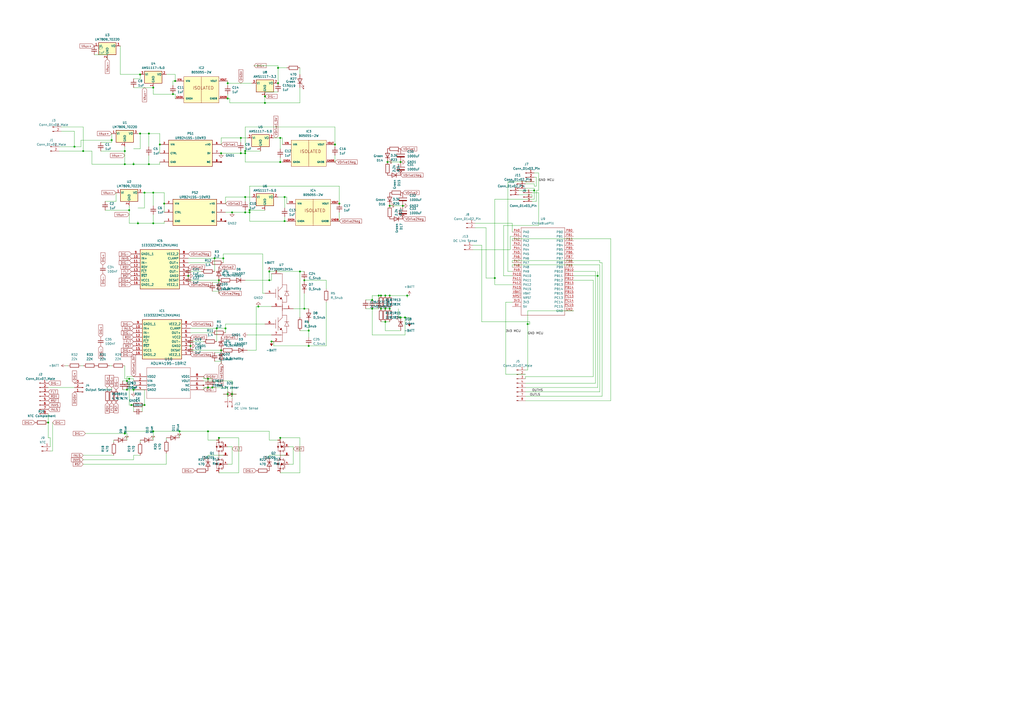
<source format=kicad_sch>
(kicad_sch (version 20230121) (generator eeschema)
  (paper "A2")
  (junction (at 81.28 77.47))
  (junction (at 101.6 46.99))
  (junction (at 27.94 245.11))
  (junction (at 128.27 88.9))
  (junction (at 156.21 162.56))
  (junction (at 215.9 179.07))
  (junction (at 92.71 83.82))
  (junction (at 73.66 220.98))
  (junction (at 100.33 54.61))
  (junction (at 86.36 77.47))
  (junction (at 153.67 55.88))
  (junction (at 139.7 88.9))
  (junction (at 142.24 114.3))
  (junction (at 72.39 95.25))
  (junction (at 153.67 59.69))
  (junction (at 287.02 161.29))
  (junction (at 104.14 250.19))
  (junction (at 144.78 121.92))
  (junction (at 74.93 219.71))
  (junction (at 196.85 118.11))
  (junction (at 83.82 234.95))
  (junction (at 161.29 48.26))
  (junction (at 73.66 226.06))
  (junction (at 128.27 203.2))
  (junction (at 346.71 160.02))
  (junction (at 130.81 190.5))
  (junction (at 83.82 111.76))
  (junction (at 223.52 186.69))
  (junction (at 144.78 123.19))
  (junction (at 176.53 162.56))
  (junction (at 194.31 83.82))
  (junction (at 127 162.56))
  (junction (at 109.22 160.02))
  (junction (at 132.08 57.15))
  (junction (at 162.56 254))
  (junction (at 48.26 87.63))
  (junction (at 219.71 171.45))
  (junction (at 132.08 48.26))
  (junction (at 129.54 149.86))
  (junction (at 88.9 50.8))
  (junction (at 127 254))
  (junction (at 74.93 121.92))
  (junction (at 226.06 171.45))
  (junction (at 64.77 81.28))
  (junction (at 124.46 149.86))
  (junction (at 179.07 200.66))
  (junction (at 120.65 250.19))
  (junction (at 226.06 119.38))
  (junction (at 77.47 226.06))
  (junction (at 80.01 129.54))
  (junction (at 72.39 87.63))
  (junction (at 226.06 179.07))
  (junction (at 236.22 171.45))
  (junction (at 215.9 173.99))
  (junction (at 95.25 118.11))
  (junction (at 132.08 228.6))
  (junction (at 157.48 198.12))
  (junction (at 156.21 157.48))
  (junction (at 142.24 88.9))
  (junction (at 232.41 184.15))
  (junction (at 223.52 171.45))
  (junction (at 134.62 123.19))
  (junction (at 309.88 110.49))
  (junction (at 142.24 87.63))
  (junction (at 234.95 184.15))
  (junction (at 162.56 80.01))
  (junction (at 232.41 93.98))
  (junction (at 165.1 128.27))
  (junction (at 120.65 219.71))
  (junction (at 220.98 171.45))
  (junction (at 88.9 111.76))
  (junction (at 123.19 224.79))
  (junction (at 76.2 234.95))
  (junction (at 110.49 200.66))
  (junction (at 139.7 80.01))
  (junction (at 43.18 85.09))
  (junction (at 134.62 228.6))
  (junction (at 88.9 250.19))
  (junction (at 77.47 95.25))
  (junction (at 179.07 191.77))
  (junction (at 306.07 187.96))
  (junction (at 224.79 93.98))
  (junction (at 125.73 190.5))
  (junction (at 162.56 93.98))
  (junction (at 173.99 157.48))
  (junction (at 142.24 123.19))
  (junction (at 220.98 179.07))
  (junction (at 149.86 177.8))
  (junction (at 161.29 39.37))
  (junction (at 165.1 114.3))
  (junction (at 176.53 179.07))
  (junction (at 223.52 179.07))
  (junction (at 233.68 119.38))
  (junction (at 88.9 129.54))
  (junction (at 81.28 43.18))
  (junction (at 86.36 95.25))
  (junction (at 120.65 224.79))
  (junction (at 72.39 251.46))
  (wire (pts (xy 189.23 162.56) (xy 176.53 162.56)))
  (wire (pts (xy 304.8 106.68) (xy 309.88 106.68)))
  (wire (pts (xy 88.9 250.19) (xy 104.14 250.19)))
  (wire (pts (xy 354.33 138.43) (xy 297.18 138.43)))
  (wire (pts (xy 88.9 129.54) (xy 95.25 129.54)))
  (wire (pts (xy 297.18 153.67) (xy 297.18 154.94)))
  (wire (pts (xy 346.71 160.02) (xy 346.71 157.48)))
  (wire (pts (xy 304.8 109.22) (xy 309.88 109.22)))
  (wire (pts (xy 153.67 53.34) (xy 153.67 55.88)))
  (wire (pts (xy 80.01 120.65) (xy 83.82 120.65)))
  (wire (pts (xy 176.53 170.18) (xy 176.53 179.07)))
  (wire (pts (xy 72.39 250.19) (xy 72.39 251.46)))
  (wire (pts (xy 118.11 224.79) (xy 118.11 226.06)))
  (wire (pts (xy 306.07 214.63) (xy 306.07 187.96)))
  (wire (pts (xy 64.77 82.55) (xy 64.77 81.28)))
  (wire (pts (xy 309.88 102.87) (xy 311.15 102.87)))
  (wire (pts (xy 309.88 106.68) (xy 309.88 107.95)))
  (wire (pts (xy 300.99 113.03) (xy 308.61 113.03)))
  (wire (pts (xy 127 168.91) (xy 127 170.18)))
  (wire (pts (xy 236.22 172.72) (xy 236.22 171.45)))
  (wire (pts (xy 88.9 54.61) (xy 88.9 50.8)))
  (wire (pts (xy 81.28 43.18) (xy 69.85 43.18)))
  (wire (pts (xy 156.21 264.16) (xy 167.64 264.16)))
  (wire (pts (xy 148.59 177.8) (xy 149.86 177.8)))
  (wire (pts (xy 34.29 87.63) (xy 48.26 87.63)))
  (wire (pts (xy 179.07 200.66) (xy 158.75 200.66)))
  (wire (pts (xy 295.91 137.16) (xy 297.18 137.16)))
  (wire (pts (xy 332.74 160.02) (xy 346.71 160.02)))
  (wire (pts (xy 332.74 157.48) (xy 345.44 157.48)))
  (wire (pts (xy 307.34 187.96) (xy 306.07 187.96)))
  (wire (pts (xy 347.98 152.4) (xy 349.25 152.4)))
  (wire (pts (xy 80.01 128.27) (xy 80.01 129.54)))
  (wire (pts (xy 179.07 191.77) (xy 179.07 195.58)))
  (wire (pts (xy 120.65 264.16) (xy 132.08 264.16)))
  (wire (pts (xy 58.42 82.55) (xy 64.77 82.55)))
  (wire (pts (xy 224.79 93.98) (xy 232.41 93.98)))
  (wire (pts (xy 275.59 132.08) (xy 281.94 132.08)))
  (wire (pts (xy 142.24 121.92) (xy 142.24 123.19)))
  (wire (pts (xy 64.77 224.79) (xy 64.77 226.06)))
  (wire (pts (xy 130.81 187.96) (xy 153.67 187.96)))
  (wire (pts (xy 124.46 204.47) (xy 128.27 204.47)))
  (wire (pts (xy 231.14 179.07) (xy 231.14 184.15)))
  (wire (pts (xy 88.9 111.76) (xy 95.25 111.76)))
  (wire (pts (xy 54.61 31.75) (xy 62.23 31.75)))
  (wire (pts (xy 161.29 38.1) (xy 161.29 39.37)))
  (wire (pts (xy 80.01 129.54) (xy 88.9 129.54)))
  (wire (pts (xy 27.94 254) (xy 27.94 245.11)))
  (wire (pts (xy 163.83 93.98) (xy 162.56 93.98)))
  (wire (pts (xy 162.56 254) (xy 173.99 254)))
  (wire (pts (xy 194.31 83.82) (xy 194.31 85.09)))
  (wire (pts (xy 69.85 43.18) (xy 69.85 26.67)))
  (wire (pts (xy 219.71 171.45) (xy 219.71 173.99)))
  (wire (pts (xy 309.88 109.22) (xy 309.88 110.49)))
  (wire (pts (xy 306.07 187.96) (xy 306.07 180.34)))
  (wire (pts (xy 134.62 123.19) (xy 130.81 123.19)))
  (wire (pts (xy 95.25 129.54) (xy 95.25 128.27)))
  (wire (pts (xy 156.21 157.48) (xy 156.21 162.56)))
  (wire (pts (xy 281.94 161.29) (xy 287.02 161.29)))
  (wire (pts (xy 109.22 157.48) (xy 116.84 157.48)))
  (wire (pts (xy 144.78 121.92) (xy 153.67 121.92)))
  (wire (pts (xy 152.4 147.32) (xy 152.4 170.18)))
  (wire (pts (xy 142.24 114.3) (xy 130.81 114.3)))
  (wire (pts (xy 132.08 54.61) (xy 132.08 57.15)))
  (wire (pts (xy 142.24 88.9) (xy 142.24 93.98)))
  (wire (pts (xy 162.56 93.98) (xy 142.24 93.98)))
  (wire (pts (xy 161.29 114.3) (xy 165.1 114.3)))
  (wire (pts (xy 194.31 83.82) (xy 194.31 73.66)))
  (wire (pts (xy 46.99 212.09) (xy 48.26 212.09)))
  (wire (pts (xy 88.9 250.19) (xy 72.39 250.19)))
  (wire (pts (xy 64.77 81.28) (xy 64.77 77.47)))
  (wire (pts (xy 311.15 107.95) (xy 309.88 107.95)))
  (wire (pts (xy 74.93 119.38) (xy 74.93 121.92)))
  (wire (pts (xy 132.08 48.26) (xy 146.05 48.26)))
  (wire (pts (xy 156.21 264.16) (xy 156.21 265.43)))
  (wire (pts (xy 163.83 80.01) (xy 163.83 83.82)))
  (wire (pts (xy 173.99 50.8) (xy 173.99 59.69)))
  (wire (pts (xy 166.37 128.27) (xy 165.1 128.27)))
  (wire (pts (xy 236.22 171.45) (xy 237.49 171.45)))
  (wire (pts (xy 309.88 100.33) (xy 312.42 100.33)))
  (wire (pts (xy 165.1 125.73) (xy 165.1 128.27)))
  (wire (pts (xy 307.34 186.69) (xy 307.34 187.96)))
  (wire (pts (xy 142.24 88.9) (xy 139.7 88.9)))
  (wire (pts (xy 128.27 80.01) (xy 128.27 83.82)))
  (wire (pts (xy 274.32 142.24) (xy 279.4 142.24)))
  (wire (pts (xy 82.55 111.76) (xy 83.82 111.76)))
  (wire (pts (xy 287.02 161.29) (xy 287.02 115.57)))
  (wire (pts (xy 132.08 224.79) (xy 132.08 228.6)))
  (wire (pts (xy 88.9 124.46) (xy 88.9 129.54)))
  (wire (pts (xy 43.18 85.09) (xy 46.99 85.09)))
  (wire (pts (xy 157.48 198.12) (xy 158.75 198.12)))
  (wire (pts (xy 132.08 48.26) (xy 132.08 49.53)))
  (wire (pts (xy 161.29 39.37) (xy 161.29 48.26)))
  (wire (pts (xy 153.67 59.69) (xy 153.67 55.88)))
  (wire (pts (xy 308.61 111.76) (xy 312.42 111.76)))
  (wire (pts (xy 142.24 114.3) (xy 142.24 116.84)))
  (wire (pts (xy 123.19 224.79) (xy 132.08 224.79)))
  (wire (pts (xy 88.9 119.38) (xy 88.9 111.76)))
  (wire (pts (xy 212.09 179.07) (xy 215.9 179.07)))
  (wire (pts (xy 297.18 165.1) (xy 287.02 165.1)))
  (wire (pts (xy 81.28 77.47) (xy 86.36 77.47)))
  (wire (pts (xy 62.23 31.75) (xy 62.23 34.29)))
  (wire (pts (xy 48.26 87.63) (xy 53.34 87.63)))
  (wire (pts (xy 162.56 255.27) (xy 162.56 254)))
  (wire (pts (xy 104.14 250.19) (xy 104.14 254)))
  (wire (pts (xy 274.32 144.78) (xy 295.91 144.78)))
  (wire (pts (xy 293.37 175.26) (xy 297.18 175.26)))
  (wire (pts (xy 81.28 86.36) (xy 81.28 77.47)))
  (wire (pts (xy 86.36 90.17) (xy 86.36 95.25)))
  (wire (pts (xy 30.48 245.11) (xy 30.48 261.62)))
  (wire (pts (xy 73.66 251.46) (xy 73.66 255.27)))
  (wire (pts (xy 304.8 232.41) (xy 354.33 232.41)))
  (wire (pts (xy 133.35 59.69) (xy 133.35 57.15)))
  (wire (pts (xy 281.94 132.08) (xy 281.94 161.29)))
  (wire (pts (xy 308.61 113.03) (xy 308.61 114.3)))
  (wire (pts (xy 86.36 77.47) (xy 92.71 77.47)))
  (wire (pts (xy 100.33 54.61) (xy 88.9 54.61)))
  (wire (pts (xy 294.64 157.48) (xy 294.64 105.41)))
  (wire (pts (xy 173.99 191.77) (xy 179.07 191.77)))
  (wire (pts (xy 82.55 238.76) (xy 82.55 234.95)))
  (wire (pts (xy 83.82 226.06) (xy 77.47 226.06)))
  (wire (pts (xy 72.39 95.25) (xy 77.47 95.25)))
  (wire (pts (xy 73.66 218.44) (xy 77.47 218.44)))
  (wire (pts (xy 29.21 259.08) (xy 29.21 254)))
  (wire (pts (xy 77.47 45.72) (xy 81.28 45.72)))
  (wire (pts (xy 312.42 111.76) (xy 312.42 130.81)))
  (wire (pts (xy 83.82 120.65) (xy 83.82 111.76)))
  (wire (pts (xy 142.24 87.63) (xy 151.13 87.63)))
  (wire (pts (xy 144.78 121.92) (xy 144.78 123.19)))
  (wire (pts (xy 139.7 88.9) (xy 128.27 88.9)))
  (wire (pts (xy 125.73 198.12) (xy 125.73 190.5)))
  (wire (pts (xy 279.4 142.24) (xy 279.4 186.69)))
  (wire (pts (xy 148.59 203.2) (xy 148.59 177.8)))
  (wire (pts (xy 92.71 95.25) (xy 92.71 93.98)))
  (wire (pts (xy 161.29 39.37) (xy 166.37 39.37)))
  (wire (pts (xy 170.18 259.08) (xy 170.18 269.24)))
  (wire (pts (xy 77.47 93.98) (xy 77.47 95.25)))
  (wire (pts (xy 101.6 57.15) (xy 101.6 54.61)))
  (wire (pts (xy 306.07 180.34) (xy 332.74 180.34)))
  (wire (pts (xy 134.62 220.98) (xy 134.62 228.6)))
  (wire (pts (xy 139.7 80.01) (xy 128.27 80.01)))
  (wire (pts (xy 130.81 193.04) (xy 130.81 190.5)))
  (wire (pts (xy 332.74 162.56) (xy 344.17 162.56)))
  (wire (pts (xy 77.47 95.25) (xy 86.36 95.25)))
  (wire (pts (xy 287.02 115.57) (xy 309.88 115.57)))
  (wire (pts (xy 133.35 57.15) (xy 132.08 57.15)))
  (wire (pts (xy 86.36 85.09) (xy 86.36 77.47)))
  (wire (pts (xy 297.18 157.48) (xy 294.64 157.48)))
  (wire (pts (xy 157.48 162.56) (xy 157.48 158.75)))
  (wire (pts (xy 162.56 80.01) (xy 162.56 86.36)))
  (wire (pts (xy 101.6 54.61) (xy 100.33 54.61)))
  (wire (pts (xy 158.75 80.01) (xy 162.56 80.01)))
  (wire (pts (xy 196.85 118.11) (xy 196.85 107.95)))
  (wire (pts (xy 294.64 105.41) (xy 309.88 105.41)))
  (wire (pts (xy 48.26 73.66) (xy 48.26 87.63)))
  (wire (pts (xy 104.14 250.19) (xy 120.65 250.19)))
  (wire (pts (xy 165.1 128.27) (xy 144.78 128.27)))
  (wire (pts (xy 189.23 175.26) (xy 189.23 200.66)))
  (wire (pts (xy 101.6 43.18) (xy 101.6 46.99)))
  (wire (pts (xy 212.09 173.99) (xy 215.9 173.99)))
  (wire (pts (xy 189.23 167.64) (xy 189.23 162.56)))
  (wire (pts (xy 72.39 219.71) (xy 74.93 219.71)))
  (wire (pts (xy 110.49 203.2) (xy 128.27 203.2)))
  (wire (pts (xy 77.47 234.95) (xy 76.2 234.95)))
  (wire (pts (xy 127 254) (xy 138.43 254)))
  (wire (pts (xy 149.86 177.8) (xy 157.48 177.8)))
  (wire (pts (xy 137.16 228.6) (xy 134.62 228.6)))
  (wire (pts (xy 347.98 153.67) (xy 297.18 153.67)))
  (wire (pts (xy 77.47 226.06) (xy 77.47 227.33)))
  (wire (pts (xy 220.98 171.45) (xy 223.52 171.45)))
  (wire (pts (xy 127 255.27) (xy 127 254)))
  (wire (pts (xy 125.73 190.5) (xy 130.81 190.5)))
  (wire (pts (xy 196.85 107.95) (xy 144.78 107.95)))
  (wire (pts (xy 344.17 162.56) (xy 344.17 218.44)))
  (wire (pts (xy 144.78 123.19) (xy 142.24 123.19)))
  (wire (pts (xy 92.71 83.82) (xy 92.71 88.9)))
  (wire (pts (xy 129.54 149.86) (xy 129.54 152.4)))
  (wire (pts (xy 132.08 228.6) (xy 132.08 231.14)))
  (wire (pts (xy 124.46 157.48) (xy 124.46 149.86)))
  (wire (pts (xy 77.47 86.36) (xy 81.28 86.36)))
  (wire (pts (xy 142.24 73.66) (xy 142.24 87.63)))
  (wire (pts (xy 139.7 87.63) (xy 139.7 88.9)))
  (wire (pts (xy 312.42 130.81) (xy 292.1 130.81)))
  (wire (pts (xy 146.05 114.3) (xy 142.24 114.3)))
  (wire (pts (xy 72.39 85.09) (xy 72.39 87.63)))
  (wire (pts (xy 74.93 121.92) (xy 74.93 129.54)))
  (wire (pts (xy 58.42 87.63) (xy 72.39 87.63)))
  (wire (pts (xy 215.9 179.07) (xy 219.71 179.07)))
  (wire (pts (xy 176.53 179.07) (xy 179.07 179.07)))
  (wire (pts (xy 142.24 162.56) (xy 156.21 162.56)))
  (wire (pts (xy 173.99 157.48) (xy 173.99 184.15)))
  (wire (pts (xy 165.1 114.3) (xy 166.37 114.3)))
  (wire (pts (xy 309.88 110.49) (xy 309.88 115.57)))
  (wire (pts (xy 95.25 111.76) (xy 95.25 118.11)))
  (wire (pts (xy 92.71 77.47) (xy 92.71 83.82)))
  (wire (pts (xy 83.82 234.95) (xy 83.82 226.06)))
  (wire (pts (xy 129.54 147.32) (xy 152.4 147.32)))
  (wire (pts (xy 167.64 269.24) (xy 170.18 269.24)))
  (wire (pts (xy 231.14 184.15) (xy 232.41 184.15)))
  (wire (pts (xy 74.93 219.71) (xy 74.93 234.95)))
  (wire (pts (xy 223.52 191.77) (xy 223.52 186.69)))
  (wire (pts (xy 287.02 165.1) (xy 287.02 161.29)))
  (wire (pts (xy 48.26 266.7) (xy 77.47 266.7)))
  (wire (pts (xy 161.29 53.34) (xy 153.67 53.34)))
  (wire (pts (xy 347.98 151.13) (xy 347.98 152.4)))
  (wire (pts (xy 215.9 179.07) (xy 215.9 194.31)))
  (wire (pts (xy 179.07 186.69) (xy 179.07 191.77)))
  (wire (pts (xy 72.39 87.63) (xy 72.39 95.25)))
  (wire (pts (xy 110.49 190.5) (xy 125.73 190.5)))
  (wire (pts (xy 81.28 256.54) (xy 81.28 255.27)))
  (wire (pts (xy 72.39 251.46) (xy 49.53 251.46)))
  (wire (pts (xy 109.22 162.56) (xy 127 162.56)))
  (wire (pts (xy 138.43 274.32) (xy 138.43 254)))
  (wire (pts (xy 77.47 50.8) (xy 88.9 50.8)))
  (wire (pts (xy 27.94 240.03) (xy 27.94 245.11)))
  (wire (pts (xy 128.27 209.55) (xy 128.27 210.82)))
  (wire (pts (xy 158.75 200.66) (xy 158.75 198.12)))
  (wire (pts (xy 67.31 111.76) (xy 67.31 116.84)))
  (wire (pts (xy 120.65 224.79) (xy 123.19 224.79)))
  (wire (pts (xy 220.98 186.69) (xy 223.52 186.69)))
  (wire (pts (xy 304.8 214.63) (xy 306.07 214.63)))
  (wire (pts (xy 162.56 91.44) (xy 162.56 93.98)))
  (wire (pts (xy 215.9 194.31) (xy 234.95 194.31)))
  (wire (pts (xy 173.99 157.48) (xy 156.21 157.48)))
  (wire (pts (xy 133.35 59.69) (xy 153.67 59.69)))
  (wire (pts (xy 129.54 228.6) (xy 132.08 228.6)))
  (wire (pts (xy 232.41 191.77) (xy 223.52 191.77)))
  (wire (pts (xy 219.71 171.45) (xy 220.98 171.45)))
  (wire (pts (xy 120.65 255.27) (xy 120.65 250.19)))
  (wire (pts (xy 279.4 186.69) (xy 307.34 186.69)))
  (wire (pts (xy 123.19 168.91) (xy 127 168.91)))
  (wire (pts (xy 297.18 152.4) (xy 297.18 151.13)))
  (wire (pts (xy 194.31 90.17) (xy 194.31 93.98)))
  (wire (pts (xy 35.56 73.66) (xy 48.26 73.66)))
  (wire (pts (xy 73.66 218.44) (xy 73.66 220.98)))
  (wire (pts (xy 81.28 43.18) (xy 81.28 45.72)))
  (wire (pts (xy 223.52 186.69) (xy 226.06 186.69)))
  (wire (pts (xy 80.01 77.47) (xy 81.28 77.47)))
  (wire (pts (xy 132.08 259.08) (xy 134.62 259.08)))
  (wire (pts (xy 34.29 85.09) (xy 43.18 85.09)))
  (wire (pts (xy 311.15 102.87) (xy 311.15 107.95)))
  (wire (pts (xy 110.49 198.12) (xy 118.11 198.12)))
  (wire (pts (xy 308.61 116.84) (xy 311.15 116.84)))
  (wire (pts (xy 95.25 118.11) (xy 95.25 123.19)))
  (wire (pts (xy 162.56 274.32) (xy 173.99 274.32)))
  (wire (pts (xy 237.49 186.69) (xy 237.49 184.15)))
  (wire (pts (xy 134.62 228.6) (xy 134.62 231.14)))
  (wire (pts (xy 100.33 46.99) (xy 101.6 46.99)))
  (wire (pts (xy 124.46 209.55) (xy 128.27 209.55)))
  (wire (pts (xy 120.65 250.19) (xy 156.21 250.19)))
  (wire (pts (xy 38.1 212.09) (xy 39.37 212.09)))
  (wire (pts (xy 292.1 160.02) (xy 297.18 160.02)))
  (wire (pts (xy 96.52 255.27) (xy 96.52 254)))
  (wire (pts (xy 73.66 251.46) (xy 72.39 251.46)))
  (wire (pts (xy 144.78 107.95) (xy 144.78 121.92)))
  (wire (pts (xy 130.81 114.3) (xy 130.81 118.11)))
  (wire (pts (xy 35.56 76.2) (xy 43.18 76.2)))
  (wire (pts (xy 86.36 95.25) (xy 92.71 95.25)))
  (wire (pts (xy 43.18 76.2) (xy 43.18 85.09)))
  (wire (pts (xy 60.96 116.84) (xy 67.31 116.84)))
  (wire (pts (xy 170.18 179.07) (xy 176.53 179.07)))
  (wire (pts (xy 297.18 138.43) (xy 297.18 139.7)))
  (wire (pts (xy 71.12 220.98) (xy 73.66 220.98)))
  (wire (pts (xy 215.9 171.45) (xy 219.71 171.45)))
  (wire (pts (xy 345.44 157.48) (xy 345.44 222.25)))
  (wire (pts (xy 109.22 152.4) (xy 121.92 152.4)))
  (wire (pts (xy 71.12 226.06) (xy 73.66 226.06)))
  (wire (pts (xy 226.06 171.45) (xy 236.22 171.45)))
  (wire (pts (xy 118.11 219.71) (xy 118.11 218.44)))
  (wire (pts (xy 165.1 114.3) (xy 165.1 120.65)))
  (wire (pts (xy 234.95 184.15) (xy 237.49 184.15)))
  (wire (pts (xy 30.48 261.62) (xy 29.21 261.62)))
  (wire (pts (xy 234.95 194.31) (xy 234.95 184.15)))
  (wire (pts (xy 292.1 130.81) (xy 292.1 160.02)))
  (wire (pts (xy 128.27 204.47) (xy 128.27 203.2)))
  (wire (pts (xy 46.99 85.09) (xy 46.99 81.28)))
  (wire (pts (xy 311.15 110.49) (xy 311.15 116.84)))
  (wire (pts (xy 62.23 224.79) (xy 62.23 226.06)))
  (wire (pts (xy 81.28 264.16) (xy 77.47 264.16)))
  (wire (pts (xy 304.8 224.79) (xy 346.71 224.79)))
  (wire (pts (xy 162.56 80.01) (xy 163.83 80.01)))
  (wire (pts (xy 194.31 73.66) (xy 142.24 73.66)))
  (wire (pts (xy 144.78 123.19) (xy 144.78 128.27)))
  (wire (pts (xy 77.47 238.76) (xy 77.47 234.95)))
  (wire (pts (xy 60.96 121.92) (xy 74.93 121.92)))
  (wire (pts (xy 293.37 217.17) (xy 293.37 175.26)))
  (wire (pts (xy 46.99 81.28) (xy 64.77 81.28)))
  (wire (pts (xy 82.55 234.95) (xy 83.82 234.95)))
  (wire (pts (xy 76.2 234.95) (xy 74.93 234.95)))
  (wire (pts (xy 347.98 227.33) (xy 347.98 153.67)))
  (wire (pts (xy 304.8 222.25) (xy 345.44 222.25)))
  (wire (pts (xy 73.66 226.06) (xy 77.47 226.06)))
  (wire (pts (xy 132.08 269.24) (xy 134.62 269.24)))
  (wire (pts (xy 139.7 80.01) (xy 139.7 82.55)))
  (wire (pts (xy 96.52 43.18) (xy 101.6 43.18)))
  (wire (pts (xy 134.62 259.08) (xy 134.62 269.24)))
  (wire (pts (xy 120.65 219.71) (xy 123.19 219.71)))
  (wire (pts (xy 275.59 129.54) (xy 297.18 129.54)))
  (wire (pts (xy 143.51 80.01) (xy 139.7 80.01)))
  (wire (pts (xy 132.08 46.99) (xy 132.08 48.26)))
  (wire (pts (xy 143.51 203.2) (xy 148.59 203.2)))
  (wire (pts (xy 142.24 87.63) (xy 142.24 88.9)))
  (wire (pts (xy 157.48 194.31) (xy 143.51 194.31)))
  (wire (pts (xy 297.18 151.13) (xy 347.98 151.13)))
  (wire (pts (xy 223.52 171.45) (xy 226.06 171.45)))
  (wire (pts (xy 129.54 147.32) (xy 129.54 149.86)))
  (wire (pts (xy 48.26 269.24) (xy 96.52 269.24)))
  (wire (pts (xy 120.65 224.79) (xy 118.11 224.79)))
  (wire (pts (xy 173.99 274.32) (xy 173.99 254)))
  (wire (pts (xy 354.33 232.41) (xy 354.33 138.43)))
  (wire (pts (xy 304.8 218.44) (xy 304.8 219.71)))
  (wire (pts (xy 295.91 137.16) (xy 295.91 144.78)))
  (wire (pts (xy 226.06 119.38) (xy 233.68 119.38)))
  (wire (pts (xy 196.85 123.19) (xy 196.85 128.27)))
  (wire (pts (xy 77.47 223.52) (xy 77.47 226.06)))
  (wire (pts (xy 189.23 200.66) (xy 179.07 200.66)))
  (wire (pts (xy 120.65 255.27) (xy 127 255.27)))
  (wire (pts (xy 344.17 218.44) (xy 304.8 218.44)))
  (wire (pts (xy 349.25 229.87) (xy 349.25 152.4)))
  (wire (pts (xy 74.93 129.54) (xy 80.01 129.54)))
  (wire (pts (xy 293.37 217.17) (xy 304.8 217.17)))
  (wire (pts (xy 77.47 219.71) (xy 77.47 220.98)))
  (wire (pts (xy 127 163.83) (xy 127 162.56)))
  (wire (pts (xy 100.33 49.53) (xy 100.33 46.99)))
  (wire (pts (xy 176.53 157.48) (xy 173.99 157.48)))
  (wire (pts (xy 156.21 255.27) (xy 162.56 255.27)))
  (wire (pts (xy 83.82 111.76) (xy 88.9 111.76)))
  (wire (pts (xy 215.9 173.99) (xy 215.9 171.45)))
  (wire (pts (xy 63.5 212.09) (xy 64.77 212.09)))
  (wire (pts (xy 147.32 38.1) (xy 161.29 38.1)))
  (wire (pts (xy 166.37 114.3) (xy 166.37 118.11)))
  (wire (pts (xy 134.62 220.98) (xy 118.11 220.98)))
  (wire (pts (xy 220.98 179.07) (xy 223.52 179.07)))
  (wire (pts (xy 66.04 256.54) (xy 66.04 255.27)))
  (wire (pts (xy 96.52 262.89) (xy 96.52 269.24)))
  (wire (pts (xy 120.65 264.16) (xy 120.65 265.43)))
  (wire (pts (xy 74.93 219.71) (xy 77.47 219.71)))
  (wire (pts (xy 232.41 184.15) (xy 234.95 184.15)))
  (wire (pts (xy 123.19 163.83) (xy 127 163.83)))
  (wire (pts (xy 130.81 190.5) (xy 130.81 187.96)))
  (wire (pts (xy 167.64 259.08) (xy 170.18 259.08)))
  (wire (pts (xy 156.21 162.56) (xy 157.48 162.56)))
  (wire (pts (xy 48.26 264.16) (xy 66.04 264.16)))
  (wire (pts (xy 27.94 224.79) (xy 43.18 224.79)))
  (wire (pts (xy 223.52 179.07) (xy 226.06 179.07)))
  (wire (pts (xy 53.34 95.25) (xy 72.39 95.25)))
  (wire (pts (xy 304.8 229.87) (xy 349.25 229.87)))
  (wire (pts (xy 53.34 87.63) (xy 53.34 95.25)))
  (wire (pts (xy 109.22 149.86) (xy 124.46 149.86)))
  (wire (pts (xy 297.18 129.54) (xy 297.18 134.62)))
  (wire (pts (xy 312.42 100.33) (xy 312.42 110.49)))
  (wire (pts (xy 152.4 170.18) (xy 153.67 170.18)))
  (wire (pts (xy 88.9 250.19) (xy 88.9 255.27)))
  (wire (pts (xy 124.46 149.86) (xy 129.54 149.86)))
  (wire (pts (xy 120.65 219.71) (xy 118.11 219.71)))
  (wire (pts (xy 312.42 110.49) (xy 311.15 110.49)))
  (wire (pts (xy 153.67 59.69) (xy 173.99 59.69)))
  (wire (pts (xy 304.8 227.33) (xy 347.98 227.33)))
  (wire (pts (xy 72.39 212.09) (xy 72.39 219.71)))
  (wire (pts (xy 156.21 255.27) (xy 156.21 250.19)))
  (wire (pts (xy 110.49 193.04) (xy 123.19 193.04)))
  (wire (pts (xy 346.71 224.79) (xy 346.71 160.02)))
  (wire (pts (xy 127 274.32) (xy 138.43 274.32)))
  (wire (pts (xy 173.99 43.18) (xy 173.99 39.37)))
  (wire (pts (xy 29.21 254) (xy 27.94 254)))
  (wire (pts (xy 300.99 110.49) (xy 309.88 110.49)))
  (wire (pts (xy 77.47 264.16) (xy 77.47 266.7)))
  (wire (pts (xy 142.24 123.19) (xy 134.62 123.19)))
  (label "3V3 MCU" (at 293.37 193.04 0))
  (label "OUTLS" (at 307.34 229.87 0))
  (label "GND MCU" (at 306.07 194.31 0))
  (label "GND MCU" (at 312.42 105.41 0))
  (label "OUTHS" (at 308.61 227.33 0))
  (global_label "DIG-" (shape input) (at 76.2 152.4 180) (property "Intersheetrefs" "${INTERSHEET_REFS}" (effects hide)))
  (global_label "RST" (shape input) (at 48.26 269.24 180) (property "Intersheetrefs" "${INTERSHEET_REFS}" (effects hide)))
  (global_label "VAux-" (shape input) (at 83.82 50.8 270) (property "Intersheetrefs" "${INTERSHEET_REFS}" (effects hide)))
  (global_label "DIG5V" (shape input) (at 118.11 218.44 0) (property "Intersheetrefs" "${INTERSHEET_REFS}" (effects hide)))
  (global_label "RDY" (shape input) (at 27.94 229.87 0) (property "Intersheetrefs" "${INTERSHEET_REFS}" (effects hide)))
  (global_label "DIG+" (shape input) (at 77.47 203.2 180) (property "Intersheetrefs" "${INTERSHEET_REFS}" (effects hide)))
  (global_label "VDrive2Neg" (shape input) (at 127 170.18 0) (property "Intersheetrefs" "${INTERSHEET_REFS}" (effects hide)))
  (global_label "VDrive2" (shape input) (at 130.81 118.11 0) (property "Intersheetrefs" "${INTERSHEET_REFS}" (effects hide)))
  (global_label "DIG+" (shape input) (at 148.59 273.05 180) (property "Intersheetrefs" "${INTERSHEET_REFS}" (effects hide)))
  (global_label "VDrive1_5V" (shape input) (at 77.47 218.44 90) (property "Intersheetrefs" "${INTERSHEET_REFS}" (effects hide)))
  (global_label "INHS" (shape input) (at 27.94 234.95 0) (property "Intersheetrefs" "${INTERSHEET_REFS}" (effects hide)))
  (global_label "DIG+" (shape input) (at 20.32 245.11 180) (property "Intersheetrefs" "${INTERSHEET_REFS}" (effects hide)))
  (global_label "INHS" (shape input) (at 76.2 149.86 180) (property "Intersheetrefs" "${INTERSHEET_REFS}" (effects hide)))
  (global_label "RST" (shape input) (at 77.47 200.66 180) (property "Intersheetrefs" "${INTERSHEET_REFS}" (effects hide)))
  (global_label "DIG-" (shape input) (at 67.31 226.06 90) (property "Intersheetrefs" "${INTERSHEET_REFS}" (effects hide)))
  (global_label "VDrive2Neg" (shape input) (at 196.85 128.27 0) (property "Intersheetrefs" "${INTERSHEET_REFS}" (effects hide)))
  (global_label "VAux+" (shape input) (at 54.61 26.67 180) (property "Intersheetrefs" "${INTERSHEET_REFS}" (effects hide)))
  (global_label "DIG-" (shape input) (at 77.47 187.96 180) (property "Intersheetrefs" "${INTERSHEET_REFS}" (effects hide)))
  (global_label "VDrive1" (shape input) (at 110.49 195.58 0) (property "Intersheetrefs" "${INTERSHEET_REFS}" (effects hide)))
  (global_label "FLT" (shape input) (at 134.62 260.35 0) (property "Intersheetrefs" "${INTERSHEET_REFS}" (effects hide)))
  (global_label "DIG-" (shape input) (at 77.47 205.74 180) (property "Intersheetrefs" "${INTERSHEET_REFS}" (effects hide)))
  (global_label "DIG-" (shape input) (at 76.2 147.32 180) (property "Intersheetrefs" "${INTERSHEET_REFS}" (effects hide)))
  (global_label "INLS" (shape input) (at 48.26 264.16 180) (property "Intersheetrefs" "${INTERSHEET_REFS}" (effects hide)))
  (global_label "FLT" (shape input) (at 64.77 233.68 270) (property "Intersheetrefs" "${INTERSHEET_REFS}" (effects hide)))
  (global_label "DIG+" (shape input) (at 147.32 38.1 0) (property "Intersheetrefs" "${INTERSHEET_REFS}" (effects hide)))
  (global_label "VDrive2Neg" (shape input) (at 233.68 127 0) (property "Intersheetrefs" "${INTERSHEET_REFS}" (effects hide)))
  (global_label "VDrive1" (shape input) (at 232.41 86.36 0) (property "Intersheetrefs" "${INTERSHEET_REFS}" (effects hide)))
  (global_label "DIG-" (shape input) (at 30.48 245.11 0) (property "Intersheetrefs" "${INTERSHEET_REFS}" (effects hide)))
  (global_label "RST" (shape input) (at 27.94 232.41 0) (property "Intersheetrefs" "${INTERSHEET_REFS}" (effects hide)))
  (global_label "DIG+" (shape input) (at 62.23 224.79 90) (property "Intersheetrefs" "${INTERSHEET_REFS}" (effects hide)))
  (global_label "DIG5V" (shape input) (at 139.7 48.26 90) (property "Intersheetrefs" "${INTERSHEET_REFS}" (effects hide)))
  (global_label "DIG+" (shape input) (at 113.03 273.05 180) (property "Intersheetrefs" "${INTERSHEET_REFS}" (effects hide)))
  (global_label "VDrive1Neg" (shape input) (at 110.49 187.96 0) (property "Intersheetrefs" "${INTERSHEET_REFS}" (effects hide)))
  (global_label "VAux-" (shape input) (at 62.23 34.29 270) (property "Intersheetrefs" "${INTERSHEET_REFS}" (effects hide)))
  (global_label "VDrive2" (shape input) (at 127 154.94 0) (property "Intersheetrefs" "${INTERSHEET_REFS}" (effects hide)))
  (global_label "DIG-" (shape input) (at 77.47 193.04 180) (property "Intersheetrefs" "${INTERSHEET_REFS}" (effects hide)))
  (global_label "VAux+" (shape input) (at 67.31 111.76 180) (property "Intersheetrefs" "${INTERSHEET_REFS}" (effects hide)))
  (global_label "VDrive1_5V" (shape input) (at 160.02 80.01 90) (property "Intersheetrefs" "${INTERSHEET_REFS}" (effects hide)))
  (global_label "DIG+" (shape input) (at 43.18 222.25 90) (property "Intersheetrefs" "${INTERSHEET_REFS}" (effects hide)))
  (global_label "RDY" (shape input) (at 76.2 154.94 180) (property "Intersheetrefs" "${INTERSHEET_REFS}" (effects hide)))
  (global_label "VDrive1" (shape input) (at 128.27 83.82 0) (property "Intersheetrefs" "${INTERSHEET_REFS}" (effects hide)))
  (global_label "FLT" (shape input) (at 76.2 157.48 180) (property "Intersheetrefs" "${INTERSHEET_REFS}" (effects hide)))
  (global_label "VDrive1Neg" (shape input) (at 194.31 93.98 0) (property "Intersheetrefs" "${INTERSHEET_REFS}" (effects hide)))
  (global_label "VDrive1Neg" (shape input) (at 110.49 205.74 0) (property "Intersheetrefs" "${INTERSHEET_REFS}" (effects hide)))
  (global_label "DIG-" (shape input) (at 59.69 158.75 270) (property "Intersheetrefs" "${INTERSHEET_REFS}" (effects hide)))
  (global_label "DIG-" (shape input) (at 58.42 200.66 270) (property "Intersheetrefs" "${INTERSHEET_REFS}" (effects hide)))
  (global_label "DIG+" (shape input) (at 58.42 195.58 90) (property "Intersheetrefs" "${INTERSHEET_REFS}" (effects hide)))
  (global_label "INHS" (shape input) (at 48.26 266.7 180) (property "Intersheetrefs" "${INTERSHEET_REFS}" (effects hide)))
  (global_label "VDrive1" (shape input) (at 128.27 195.58 0) (property "Intersheetrefs" "${INTERSHEET_REFS}" (effects hide)))
  (global_label "DIG+" (shape input) (at 76.2 162.56 180) (property "Intersheetrefs" "${INTERSHEET_REFS}" (effects hide)))
  (global_label "DIG-" (shape input) (at 76.2 165.1 180) (property "Intersheetrefs" "${INTERSHEET_REFS}" (effects hide)))
  (global_label "RST" (shape input) (at 67.31 233.68 270) (property "Intersheetrefs" "${INTERSHEET_REFS}" (effects hide)))
  (global_label "RST" (shape input) (at 76.2 160.02 180) (property "Intersheetrefs" "${INTERSHEET_REFS}" (effects hide)))
  (global_label "FLT" (shape input) (at 77.47 198.12 180) (property "Intersheetrefs" "${INTERSHEET_REFS}" (effects hide)))
  (global_label "DIG5V" (shape input) (at 43.18 227.33 270) (property "Intersheetrefs" "${INTERSHEET_REFS}" (effects hide)))
  (global_label "VAux-" (shape input) (at 72.39 90.17 180) (property "Intersheetrefs" "${INTERSHEET_REFS}" (effects hide)))
  (global_label "FLT" (shape input) (at 27.94 227.33 0) (property "Intersheetrefs" "${INTERSHEET_REFS}" (effects hide)))
  (global_label "DIG-" (shape input) (at 118.11 226.06 0) (property "Intersheetrefs" "${INTERSHEET_REFS}" (effects hide)))
  (global_label "RDY" (shape input) (at 62.23 233.68 270) (property "Intersheetrefs" "${INTERSHEET_REFS}" (effects hide)))
  (global_label "DIG-" (shape input) (at 27.94 222.25 0) (property "Intersheetrefs" "${INTERSHEET_REFS}" (effects hide)))
  (global_label "VDrive1Neg" (shape input) (at 128.27 210.82 270) (property "Intersheetrefs" "${INTERSHEET_REFS}" (effects hide)))
  (global_label "DIG+" (shape input) (at 59.69 153.67 90) (property "Intersheetrefs" "${INTERSHEET_REFS}" (effects hide)))
  (global_label "VDrive2" (shape input) (at 233.68 111.76 0) (property "Intersheetrefs" "${INTERSHEET_REFS}" (effects hide)))
  (global_label "RDY" (shape input) (at 170.18 260.35 0) (property "Intersheetrefs" "${INTERSHEET_REFS}" (effects hide)))
  (global_label "DIG+" (shape input) (at 64.77 224.79 90) (property "Intersheetrefs" "${INTERSHEET_REFS}" (effects hide)))
  (global_label "VDrive2Neg" (shape input) (at 109.22 165.1 0) (property "Intersheetrefs" "${INTERSHEET_REFS}" (effects hide)))
  (global_label "VAux-" (shape input) (at 74.93 124.46 180) (property "Intersheetrefs" "${INTERSHEET_REFS}" (effects hide)))
  (global_label "DIG-" (shape input) (at 49.53 251.46 180) (property "Intersheetrefs" "${INTERSHEET_REFS}" (effects hide)))
  (global_label "VDrive2Neg" (shape input) (at 109.22 147.32 0) (property "Intersheetrefs" "${INTERSHEET_REFS}" (effects hide)))
  (global_label "VDrive1Neg" (shape input) (at 232.41 101.6 0) (property "Intersheetrefs" "${INTERSHEET_REFS}" (effects hide)))
  (global_label "INLS" (shape input) (at 77.47 190.5 180) (property "Intersheetrefs" "${INTERSHEET_REFS}" (effects hide)))
  (global_label "DIG-" (shape input) (at 153.67 55.88 0) (property "Intersheetrefs" "${INTERSHEET_REFS}" (effects hide)))
  (global_label "RDY" (shape input) (at 77.47 195.58 180) (property "Intersheetrefs" "${INTERSHEET_REFS}" (effects hide)))
  (global_label "INLS" (shape input) (at 27.94 237.49 0) (property "Intersheetrefs" "${INTERSHEET_REFS}" (effects hide)))
  (global_label "VDrive2" (shape input) (at 109.22 154.94 0) (property "Intersheetrefs" "${INTERSHEET_REFS}" (effects hide)))
  (global_label "VAux+" (shape input) (at 64.77 77.47 180) (property "Intersheetrefs" "${INTERSHEET_REFS}" (effects hide)))
  (symbol (lib_id "Device:R") (at 224.79 97.79 180) (unit 1)
    (property "Reference" "R24" (at 231.14 97.79 90))
    (property "Value" "2.2k" (at 228.6 97.79 90))
    (property "Footprint" "Resistor_SMD:R_0603_1608Metric_Pad0.98x0.95mm_HandSolder" (effects hide))
  )
  (symbol (lib_id "Device:C_Small") (at 88.9 121.92 0) (unit 1)
    (property "Reference" "C6" (at 91.44 120.6562 0) (effects (justify left)))
    (property "Value" "1uF" (at 91.44 123.1962 0) (effects (justify left)))
    (property "Footprint" "Capacitor_SMD:C_1206_3216Metric_Pad1.33x1.80mm_HandSolder" (effects hide))
  )
  (symbol (lib_id "power:GND2") (at 233.68 119.38 90) (unit 1)
    (property "Reference" "#PWR011" (effects hide))
    (property "Value" "GND2" (at 237.49 119.38 90) (effects (justify right)))
  )
  (symbol (lib_id "Regulator_Linear:AMS1117-5.0") (at 88.9 43.18 0) (unit 1)
    (property "Reference" "U4" (at 88.9 36.83 0))
    (property "Value" "AMS1117-5.0" (at 88.9 39.37 0))
    (property "Footprint" "Package_TO_SOT_SMD:SOT-223-3_TabPin2" (effects hide))
    (property "Datasheet" "http://www.advanced-monolithic.com/pdf/ds1117.pdf" (effects hide))
  )
  (symbol (lib_id "Device:C_Small") (at 100.33 52.07 0) (unit 1)
    (property "Reference" "C11" (at 102.87 50.8062 0) (effects (justify left)))
    (property "Value" "1uF" (at 102.87 53.3462 0) (effects (justify left)))
    (property "Footprint" "Capacitor_SMD:C_1206_3216Metric_Pad1.33x1.80mm_HandSolder" (effects hide))
  )
  (symbol (lib_id "Regulator_Linear:AMS1117-5.0") (at 153.67 114.3 0) (unit 1)
    (property "Reference" "U6" (at 153.67 107.95 0))
    (property "Value" "AMS1117-5.0" (at 153.67 110.49 0))
    (property "Footprint" "Package_TO_SOT_SMD:SOT-223-3_TabPin2" (effects hide))
    (property "Datasheet" "http://www.advanced-monolithic.com/pdf/ds1117.pdf" (effects hide))
  )
  (symbol (lib_id "Regulator_Linear:AMS1117-3.3") (at 153.67 48.26 0) (unit 1)
    (property "Reference" "U8" (at 153.67 41.91 0))
    (property "Value" "AMS1117-3.3" (at 153.67 44.45 0))
    (property "Footprint" "Package_TO_SOT_SMD:SOT-223-3_TabPin2" (effects hide))
    (property "Datasheet" "http://www.advanced-monolithic.com/pdf/ds1117.pdf" (effects hide))
  )
  (symbol (lib_id "power:+BATT") (at 38.1 212.09 90) (unit 1)
    (property "Reference" "#PWR014" (effects hide))
    (property "Value" "+BATT" (at 34.29 212.09 90) (effects (justify left)))
  )
  (symbol (lib_id "Device:LED") (at 229.87 127 180) (unit 1)
    (property "Reference" "D17" (at 232.7275 129.54 90) (effects (justify left)))
    (property "Value" "Green" (at 230.1875 129.54 90) (effects (justify left)))
    (property "Footprint" "LED_SMD:LED_0805_2012Metric_Pad1.15x1.40mm_HandSolder" (effects hide))
  )
  (symbol (lib_id "Connector:Conn_01x02_Pin") (at 299.72 106.68 0) (unit 1)
    (property "Reference" "J11" (at 300.355 101.6 0))
    (property "Value" "Conn_01x02_Pin" (at 300.355 104.14 0))
    (property "Footprint" "Connector_PinHeader_1.27mm:PinHeader_1x02_P1.27mm_Vertical" (effects hide))
  )
  (symbol (lib_id "Device:C_Small") (at 73.66 223.52 0) (unit 1)
    (property "Reference" "C3" (at 76.2 222.2562 0) (effects (justify left)))
    (property "Value" "1uF" (at 76.2 224.7962 0) (effects (justify left)))
    (property "Footprint" "Capacitor_SMD:C_1206_3216Metric_Pad1.33x1.80mm_HandSolder" (effects hide))
  )
  (symbol (lib_id "Device:C_Small") (at 142.24 119.38 0) (unit 1)
    (property "Reference" "C10" (at 144.78 118.1162 0) (effects (justify left)))
    (property "Value" "1uF" (at 144.78 120.6562 0) (effects (justify left)))
    (property "Footprint" "Capacitor_SMD:C_1206_3216Metric_Pad1.33x1.80mm_HandSolder" (effects hide))
  )
  (symbol (lib_id "Device:R") (at 220.98 175.26 0) (unit 1)
    (property "Reference" "R16" (at 223.52 173.9899 0) (effects (justify left)))
    (property "Value" "22K" (at 223.52 176.5299 0) (effects (justify left)))
    (property "Footprint" "Resistor_SMD:R_1206_3216Metric_Pad1.30x1.75mm_HandSolder" (effects hide))
  )
  (symbol (lib_id "Connector:Conn_01x08_Pin") (at 22.86 229.87 0) (unit 1)
    (property "Reference" "J2" (at 23.495 217.17 0))
    (property "Value" "Conn_01x07_Male" (at 23.495 219.71 0))
    (property "Footprint" "Connector_JST:JST_XH_B8B-XH-A_1x08_P2.50mm_Vertical" (effects hide))
  )
  (symbol (lib_id "Device:C_Small") (at 176.53 160.02 0) (unit 1)
    (property "Reference" "C24" (at 179.07 158.7562 0) (effects (justify left)))
    (property "Value" "C_Snub" (at 179.07 161.2962 0) (effects (justify left)))
    (property "Footprint" "Capacitor_THT:C_Rect_L24.0mm_W8.3mm_P22.50mm_MKT" (effects hide))
  )
  (symbol (lib_id "Device:C_Small") (at 219.71 176.53 0) (unit 1)
    (property "Reference" "C28" (at 222.25 175.2662 0) (effects (justify left)))
    (property "Value" "22nF" (at 222.25 177.8062 0) (effects (justify left)))
    (property "Footprint" "Capacitor_SMD:C_1206_3216Metric_Pad1.33x1.80mm_HandSolder" (effects hide))
  )
  (symbol (lib_id "Device:D") (at 179.07 182.88 90) (unit 1)
    (property "Reference" "D8" (at 181.61 181.6099 90) (effects (justify right)))
    (property "Value" "D_Snub" (at 181.61 184.1499 90) (effects (justify right)))
    (property "Footprint" "Diode_THT:D_DO-201AE_P15.24mm_Horizontal" (effects hide))
  )
  (symbol (lib_id "Device:D") (at 139.7 203.2 180) (unit 1)
    (property "Reference" "D3" (at 139.7 196.85 0))
    (property "Value" "1N4007" (at 139.7 199.39 0))
    (property "Footprint" "Diode_SMD:D_SMA_Handsoldering" (effects hide))
  )
  (symbol (lib_id "Device:R") (at 189.23 171.45 180) (unit 1)
    (property "Reference" "R5" (at 191.77 170.1799 0) (effects (justify right)))
    (property "Value" "R_Snub" (at 191.77 172.7199 0) (effects (justify right)))
    (property "Footprint" "Resistor_THT:R_Box_L26.0mm_W5.0mm_P20.00mm" (effects hide))
  )
  (symbol (lib_id "Device:D_Schottky") (at 128.27 207.01 270) (unit 1)
    (property "Reference" "D2" (at 130.81 205.4224 90) (effects (justify left)))
    (property "Value" "D_Schottky" (at 130.81 207.9624 90) (effects (justify left)))
    (property "Footprint" "Diode_SMD:D_SMA_Handsoldering" (effects hide))
  )
  (symbol (lib_id "8205a:FS8205") (at 162.56 264.16 180) (unit 1)
    (property "Reference" "Q2" (at 160.02 262.89 0) (effects (justify left)))
    (property "Value" "FS8205" (at 160.02 265.43 0) (effects (justify left)))
    (property "Footprint" "8205a:SOT95P280X145-6N" (effects hide))
    (property "MF" "Fortune Semiconductor" (effects hide))
    (property "MAXIMUM_PACKAGE_HEIGHT" "1.45mm" (effects hide))
    (property "Package" "Package" (effects hide))
    (property "Price" "None" (effects hide))
    (property "Check_prices" "https://www.snapeda.com/parts/FS8205/Fortune+Semiconductor/view-part/?ref=eda" (effects hide))
    (property "STANDARD" "IPC-7351B" (effects hide))
    (property "PARTREV" "1.9" (effects hide))
    (property "SnapEDA_Link" "https://www.snapeda.com/parts/FS8205/Fortune+Semiconductor/view-part/?ref=snap" (effects hide))
    (property "MP" "FS8205" (effects hide))
    (property "Description" "\nDual N-Channel Enhancement Mode Power MOSFET\n" (effects hide))
    (property "Availability" "Not in stock" (effects hide))
    (property "MANUFACTURER" "Fortune" (effects hide))
  )
  (symbol (lib_id "Device:R") (at 116.84 273.05 270) (unit 1)
    (property "Reference" "R21" (at 116.84 266.7 90))
    (property "Value" "470" (at 116.84 269.24 90))
    (property "Footprint" "Resistor_SMD:R_0603_1608Metric_Pad0.98x0.95mm_HandSolder" (effects hide))
  )
  (symbol (lib_name "GND2_1") (lib_id "power:GND2") (at 109.22 160.02 90) (unit 1)
    (property "Reference" "#PWR05" (effects hide))
    (property "Value" "GND2" (at 113.03 160.02 90) (effects (justify right)))
  )
  (symbol (lib_id "Device:C_Small") (at 123.19 166.37 0) (unit 1)
    (property "Reference" "C23" (at 125.73 165.1062 0) (effects (justify left)))
    (property "Value" "C_Desat" (at 125.73 167.6462 0) (effects (justify left)))
    (property "Footprint" "Capacitor_SMD:C_0603_1608Metric_Pad1.08x0.95mm_HandSolder" (effects hide))
  )
  (symbol (lib_id "Device:R") (at 81.28 260.35 180) (unit 1)
    (property "Reference" "R19" (at 74.93 260.35 90))
    (property "Value" "470" (at 77.47 260.35 90))
    (property "Footprint" "Resistor_SMD:R_0603_1608Metric_Pad0.98x0.95mm_HandSolder" (effects hide))
  )
  (symbol (lib_id "Connector:Conn_01x02_Male") (at 29.21 85.09 0) (unit 1)
    (property "Reference" "J1" (at 29.845 81.28 0))
    (property "Value" "Conn_01x02_Male" (at 29.845 83.82 0))
    (property "Footprint" "Connector_JST:JST_XH_S2B-XH-A_1x02_P2.50mm_Horizontal" (effects hide))
  )
  (symbol (lib_id "Device:LED") (at 69.85 255.27 180) (unit 1)
    (property "Reference" "D9" (at 70.1674 251.46 90) (effects (justify right)))
    (property "Value" "Blue" (at 72.7074 251.46 90) (effects (justify right)))
    (property "Footprint" "LED_SMD:LED_0805_2012Metric_Pad1.15x1.40mm_HandSolder" (effects hide))
  )
  (symbol (lib_name "GND1_1") (lib_id "power:GND1") (at 143.51 194.31 270) (unit 1)
    (property "Reference" "#PWR04" (effects hide))
    (property "Value" "GND1" (at 139.7 194.31 90) (effects (justify right)))
  )
  (symbol (lib_id "Device:LED") (at 120.65 269.24 270) (unit 1)
    (property "Reference" "D12" (at 123.19 266.3825 90) (effects (justify left)))
    (property "Value" "Red" (at 123.19 268.9225 90) (effects (justify left)))
    (property "Footprint" "LED_SMD:LED_0805_2012Metric_Pad1.15x1.40mm_HandSolder" (effects hide))
  )
  (symbol (lib_id "Device:C_Small") (at 110.49 198.12 0) (unit 1)
    (property "Reference" "C19" (at 113.03 196.8562 0) (effects (justify left)))
    (property "Value" "1uF" (at 113.03 199.3962 0) (effects (justify left)))
    (property "Footprint" "Capacitor_SMD:C_1206_3216Metric_Pad1.33x1.80mm_HandSolder" (effects hide))
  )
  (symbol (lib_id "Device:C_Polarized") (at 232.41 97.79 0) (unit 1)
    (property "Reference" "C31" (at 236.22 95.631 0) (effects (justify left)))
    (property "Value" "1000uF" (at 236.22 98.171 0) (effects (justify left)))
    (property "Footprint" "25V 1000uf:CAP_EEEFK1E102AQ" (effects hide))
  )
  (symbol (lib_id "power:GND2") (at 134.62 123.19 0) (unit 1)
    (property "Reference" "#PWR02" (effects hide))
    (property "Value" "GND2" (at 134.62 129.54 0))
  )
  (symbol (lib_id "Device:C_Small") (at 132.08 52.07 0) (unit 1)
    (property "Reference" "C14" (at 134.62 50.8062 0) (effects (justify left)))
    (property "Value" "1uF" (at 134.62 53.3462 0) (effects (justify left)))
    (property "Footprint" "Capacitor_SMD:C_1206_3216Metric_Pad1.33x1.80mm_HandSolder" (effects hide))
  )
  (symbol (lib_id "FF300:FF300R12KS4") (at 173.99 158.75 0) (unit 1)
    (property "Reference" "U7" (at 163.195 153.67 0))
    (property "Value" "FF300R12KS4" (at 163.195 156.21 0))
    (property "Footprint" "FF300:FF300R12KS4" (effects hide))
  )
  (symbol (lib_id "Device:LED") (at 156.21 269.24 270) (unit 1)
    (property "Reference" "D13" (at 158.75 266.3825 90) (effects (justify left)))
    (property "Value" "Red" (at 158.75 268.9225 90) (effects (justify left)))
    (property "Footprint" "LED_SMD:LED_0805_2012Metric_Pad1.15x1.40mm_HandSolder" (effects hide))
  )
  (symbol (lib_id "Device:C_Small") (at 139.7 85.09 0) (unit 1)
    (property "Reference" "C9" (at 142.24 83.8262 0) (effects (justify left)))
    (property "Value" "1uF" (at 142.24 86.3662 0) (effects (justify left)))
    (property "Footprint" "Capacitor_SMD:C_1206_3216Metric_Pad1.33x1.80mm_HandSolder" (effects hide))
  )
  (symbol (lib_id "Device:LED") (at 85.09 255.27 180) (unit 1)
    (property "Reference" "D10" (at 85.4074 251.46 90) (effects (justify right)))
    (property "Value" "Blue" (at 87.9474 251.46 90) (effects (justify right)))
    (property "Footprint" "LED_SMD:LED_0805_2012Metric_Pad1.15x1.40mm_HandSolder" (effects hide))
  )
  (symbol (lib_id "Device:R") (at 52.07 212.09 90) (unit 1)
    (property "Reference" "R33" (at 52.07 205.74 90))
    (property "Value" "22K" (at 52.07 208.28 90))
    (property "Footprint" "Resistor_SMD:R_0805_2012Metric_Pad1.20x1.40mm_HandSolder" (effects hide))
  )
  (symbol (lib_id "Device:R") (at 43.18 212.09 90) (unit 1)
    (property "Reference" "R32" (at 43.18 205.74 90))
    (property "Value" "22k" (at 43.18 208.28 90))
    (property "Footprint" "Resistor_SMD:R_0805_2012Metric_Pad1.20x1.40mm_HandSolder" (effects hide))
  )
  (symbol (lib_id "Device:R") (at 62.23 229.87 0) (unit 1)
    (property "Reference" "R9" (at 64.77 228.6 0) (effects (justify left)))
    (property "Value" "4.7K" (at 64.77 231.14 0) (effects (justify left)))
    (property "Footprint" "Resistor_SMD:R_0805_2012Metric_Pad1.20x1.40mm_HandSolder" (effects hide))
  )
  (symbol (lib_id "Device:C_Small") (at 77.47 48.26 0) (unit 1)
    (property "Reference" "C8" (at 80.01 46.9962 0) (effects (justify left)))
    (property "Value" "1uF" (at 80.01 49.5362 0) (effects (justify left)))
    (property "Footprint" "Capacitor_SMD:C_1206_3216Metric_Pad1.33x1.80mm_HandSolder" (effects hide))
  )
  (symbol (lib_id "Regulator_Linear:LM7809_TO220") (at 74.93 111.76 0) (unit 1)
    (property "Reference" "U2" (at 74.93 105.41 0))
    (property "Value" "LM7809_TO220" (at 74.93 107.95 0))
    (property "Footprint" "Package_TO_SOT_THT:TO-220-3_Vertical" (effects hide))
    (property "Datasheet" "https://www.onsemi.cn/PowerSolutions/document/MC7800-D.PDF" (effects hide))
  )
  (symbol (lib_id "Device:R") (at 173.99 187.96 180) (unit 1)
    (property "Reference" "R6" (at 176.53 186.6899 0) (effects (justify right)))
    (property "Value" "R_Snub" (at 176.53 189.2299 0) (effects (justify right)))
    (property "Footprint" "Resistor_THT:R_Box_L26.0mm_W5.0mm_P20.00mm" (effects hide))
  )
  (symbol (lib_id "power:+BATT") (at 237.49 171.45 0) (unit 1)
    (property "Reference" "#PWR09" (effects hide))
    (property "Value" "+BATT" (at 237.49 166.37 0))
  )
  (symbol (lib_id "Device:C_Small") (at 123.19 222.25 0) (unit 1)
    (property "Reference" "C37" (at 125.73 220.9862 0) (effects (justify left)))
    (property "Value" "1uF" (at 125.73 223.5262 0) (effects (justify left)))
    (property "Footprint" "Capacitor_SMD:C_1206_3216Metric_Pad1.33x1.80mm_HandSolder" (effects hide))
  )
  (symbol (lib_id "Device:R") (at 68.58 212.09 90) (unit 1)
    (property "Reference" "R29" (at 68.58 205.74 90))
    (property "Value" "22K" (at 68.58 208.28 90))
    (property "Footprint" "Resistor_SMD:R_0805_2012Metric_Pad1.20x1.40mm_HandSolder" (effects hide))
  )
  (symbol (lib_id "1ED3322MC12NXUMA1:1ED3322MC12NXUMA1") (at 109.22 165.1 180) (unit 1)
    (property "Reference" "IC5" (at 92.71 139.7 0))
    (property "Value" "1ED3322MC12NXUMA1" (at 92.71 142.24 0))
    (property "Footprint" "SOIC127P1030X265-16N" (effects hide))
    (property "Datasheet" "https://www.infineon.com/dgdl/Infineon-1ED332xMC12N-DataSheet-v01_01-EN.pdf?fileId=8ac78c8c7ddc01d7017e49e76a311599" (effects hide))
    (property "Height" "2.65" (effects hide))
    (property "Mouser Part Number" "726-1ED3322MC12NXUMA" (effects hide))
    (property "Mouser Price/Stock" "https://www.mouser.co.uk/ProductDetail/Infineon-Technologies/1ED3322MC12NXUMA1?qs=Rp5uXu7WBW%2FCToUG%2FOpJpQ%3D%3D" (effects hide))
    (property "Manufacturer_Name" "Infineon" (effects hide))
    (property "Manufacturer_Part_Number" "1ED3322MC12NXUMA1" (effects hide))
  )
  (symbol (lib_id "Device:C_Small") (at 86.36 87.63 0) (unit 1)
    (property "Reference" "C5" (at 88.9 86.3662 0) (effects (justify left)))
    (property "Value" "1uF" (at 88.9 88.9062 0) (effects (justify left)))
    (property "Footprint" "Capacitor_SMD:C_1206_3216Metric_Pad1.33x1.80mm_HandSolder" (effects hide))
  )
  (symbol (lib_id "Device:C_Small") (at 194.31 87.63 0) (unit 1)
    (property "Reference" "C16" (at 196.85 86.3662 0) (effects (justify left)))
    (property "Value" "1uF" (at 196.85 88.9062 0) (effects (justify left)))
    (property "Footprint" "Capacitor_SMD:C_1206_3216Metric_Pad1.33x1.80mm_HandSolder" (effects hide))
  )
  (symbol (lib_id "Device:C_Small") (at 161.29 50.8 0) (unit 1)
    (property "Reference" "C15" (at 163.83 49.5362 0) (effects (justify left)))
    (property "Value" "1uF" (at 163.83 52.0762 0) (effects (justify left)))
    (property "Footprint" "Capacitor_SMD:C_1206_3216Metric_Pad1.33x1.80mm_HandSolder" (effects hide))
  )
  (symbol (lib_id "Device:C_Small") (at 60.96 119.38 0) (unit 1)
    (property "Reference" "C2" (at 63.5 118.1162 0) (effects (justify left)))
    (property "Value" "1uF" (at 63.5 120.6562 0) (effects (justify left)))
    (property "Footprint" "Capacitor_SMD:C_1206_3216Metric_Pad1.33x1.80mm_HandSolder" (effects hide))
  )
  (symbol (lib_id "power:+BATT") (at 156.21 157.48 0) (unit 1)
    (property "Reference" "#PWR07" (effects hide))
    (property "Value" "+BATT" (at 156.21 152.4 0))
  )
  (symbol (lib_id "Device:R") (at 80.01 234.95 90) (unit 1)
    (property "Reference" "R30" (at 80.01 228.6 90))
    (property "Value" "1K" (at 80.01 231.14 90))
    (property "Footprint" "Resistor_SMD:R_0805_2012Metric_Pad1.20x1.40mm_HandSolder" (effects hide))
  )
  (symbol (lib_id "Device:R") (at 223.52 175.26 0) (unit 1)
    (property "Reference" "R7" (at 226.06 173.9899 0) (effects (justify left)))
    (property "Value" "22K" (at 226.06 176.5299 0) (effects (justify left)))
    (property "Footprint" "Resistor_SMD:R_1206_3216Metric_Pad1.30x1.75mm_HandSolder" (effects hide))
  )
  (symbol (lib_id "Device:LED") (at 228.6 101.6 180) (unit 1)
    (property "Reference" "D15" (at 231.4575 104.14 90) (effects (justify left)))
    (property "Value" "Green" (at 228.9175 104.14 90) (effects (justify left)))
    (property "Footprint" "LED_SMD:LED_0805_2012Metric_Pad1.15x1.40mm_HandSolder" (effects hide))
  )
  (symbol (lib_id "Device:LED") (at 226.06 115.57 90) (unit 1)
    (property "Reference" "D16" (at 223.52 118.4275 90) (effects (justify left)))
    (property "Value" "Green" (at 223.52 115.8875 90) (effects (justify left)))
    (property "Footprint" "LED_SMD:LED_0805_2012Metric_Pad1.15x1.40mm_HandSolder" (effects hide))
  )
  (symbol (lib_id "Device:R") (at 67.31 229.87 0) (unit 1)
    (property "Reference" "R10" (at 69.85 228.6 0) (effects (justify left)))
    (property "Value" "4.7K" (at 69.85 231.14 0) (effects (justify left)))
    (property "Footprint" "Resistor_SMD:R_0805_2012Metric_Pad1.20x1.40mm_HandSolder" (effects hide))
  )
  (symbol (lib_id "Regulator_Linear:LM7809_TO220") (at 72.39 77.47 0) (unit 1)
    (property "Reference" "U1" (at 72.39 71.12 0))
    (property "Value" "LM7809_TO220" (at 72.39 73.66 0))
    (property "Footprint" "Package_TO_SOT_THT:TO-220-3_Vertical" (effects hide))
    (property "Datasheet" "https://www.onsemi.cn/PowerSolutions/document/MC7800-D.PDF" (effects hide))
  )
  (symbol (lib_id "Device:R") (at 130.81 162.56 90) (unit 1)
    (property "Reference" "R4" (at 129.5399 160.02 0) (effects (justify left)))
    (property "Value" "1K" (at 132.0799 160.02 0) (effects (justify left)))
    (property "Footprint" "Resistor_SMD:R_0603_1608Metric_Pad0.98x0.95mm_HandSolder" (effects hide))
  )
  (symbol (lib_id "Device:R") (at 220.98 182.88 0) (unit 1)
    (property "Reference" "R17" (at 223.52 181.6099 0) (effects (justify left)))
    (property "Value" "22K" (at 223.52 184.1499 0) (effects (justify left)))
    (property "Footprint" "Resistor_SMD:R_1206_3216Metric_Pad1.30x1.75mm_HandSolder" (effects hide))
  )
  (symbol (lib_id "Device:R") (at 127 193.04 90) (unit 1)
    (property "Reference" "R1" (at 127 186.69 90))
    (property "Value" "2.2" (at 127 189.23 90))
    (property "Footprint" "Resistor_SMD:R_0805_2012Metric_Pad1.20x1.40mm_HandSolder" (effects hide))
  )
  (symbol (lib_id "Connector:Conn_01x02_Pin") (at 132.08 236.22 90) (unit 1)
    (property "Reference" "J12" (at 135.89 234.315 90) (effects (justify right)))
    (property "Value" "DC Link Sense" (at 135.89 236.855 90) (effects (justify right)))
    (property "Footprint" "Connector_PinHeader_2.54mm:PinHeader_1x02_P2.54mm_Vertical" (effects hide))
  )
  (symbol (lib_id "ADUM4195-1:ADUM4195-1BRIZ") (at 77.47 218.44 0) (unit 1)
    (property "Reference" "U10" (at 97.79 208.28 0) (effects (font (size 1.524 1.524))))
    (property "Value" "ADUM4195-1BRIZ" (at 97.79 210.82 0) (effects (font (size 1.524 1.524))))
    (property "Footprint" "ADUM4195-1:RI-8-1_ADI" (effects hide))
    (property "Datasheet" "ADUM4195-1BRIZ" (effects hide))
  )
  (symbol (lib_id "Device:D") (at 176.53 166.37 90) (unit 1)
    (property "Reference" "D7" (at 179.07 165.0999 90) (effects (justify right)))
    (property "Value" "D_Snub" (at 179.07 167.6399 90) (effects (justify right)))
    (property "Footprint" "Diode_THT:D_DO-201AE_P15.24mm_Horizontal" (effects hide))
  )
  (symbol (lib_name "GND1_1") (lib_id "power:GND1") (at 110.49 200.66 90) (unit 1)
    (property "Reference" "#PWR03" (effects hide))
    (property "Value" "GND1" (at 114.3 200.66 90) (effects (justify right)))
  )
  (symbol (lib_id "Device:R") (at 66.04 260.35 180) (unit 1)
    (property "Reference" "R18" (at 59.69 260.35 90))
    (property "Value" "470" (at 62.23 260.35 90))
    (property "Footprint" "Resistor_SMD:R_0603_1608Metric_Pad0.98x0.95mm_HandSolder" (effects hide))
  )
  (symbol (lib_id "B0505S-2W:B0505S-2W") (at 181.61 123.19 0) (unit 1)
    (property "Reference" "IC4" (at 181.61 110.49 0))
    (property "Value" "B0505S-2W" (at 181.61 113.03 0))
    (property "Footprint" "B0505-2W:B0505S-2W" (effects hide))
    (property "DigiKey_Part_Number" "2725-B0505S-2W-ND" (effects hide))
    (property "MF" "MORNSUN" (effects hide))
    (property "Purchase-URL" "https://www.snapeda.com/api/url_track_click_mouser/?unipart_id=586697&manufacturer=MORNSUN&part_name=B0505S-2W&search_term=None" (effects hide))
    (property "Package" "None" (effects hide))
    (property "MPN" "B0505S-2W" (effects hide))
    (property "VALUE" "B0505S-2W" (effects hide))
    (property "SnapEDA_Link" "https://www.snapeda.com/parts/B0505S-2W/MORNSUN/view-part/?ref=snap" (effects hide))
    (property "MP" "B0505S-2W" (effects hide))
    (property "Description" "\nIsolated Module DC DC Converter 1 Output 5V 400mA 4.5V - 5.5V Input\n" (effects hide))
    (property "Check_prices" "https://www.snapeda.com/parts/B0505S-2W/MORNSUN/view-part/?ref=eda" (effects hide))
  )
  (symbol (lib_id "Device:R") (at 229.87 111.76 90) (unit 1)
    (property "Reference" "R26" (at 229.87 118.11 90))
    (property "Value" "3.3k" (at 229.87 115.57 90))
    (property "Footprint" "Resistor_SMD:R_0603_1608Metric_Pad0.98x0.95mm_HandSolder" (effects hide))
  )
  (symbol (lib_id "Device:R") (at 226.06 123.19 180) (unit 1)
    (property "Reference" "R25" (at 232.41 123.19 90))
    (property "Value" "2.2k" (at 229.87 123.19 90))
    (property "Footprint" "Resistor_SMD:R_0603_1608Metric_Pad0.98x0.95mm_HandSolder" (effects hide))
  )
  (symbol (lib_id "Device:R") (at 132.08 203.2 90) (unit 1)
    (property "Reference" "R2" (at 130.8099 200.66 0) (effects (justify left)))
    (property "Value" "1K" (at 133.3499 200.66 0) (effects (justify left)))
    (property "Footprint" "Resistor_SMD:R_0603_1608Metric_Pad0.98x0.95mm_HandSolder" (effects hide))
  )
  (symbol (lib_id "Device:R") (at 24.13 245.11 270) (mirror x) (unit 1)
    (property "Reference" "R28" (at 24.13 238.76 90))
    (property "Value" "NTC Complement" (at 24.13 241.3 90))
    (property "Footprint" "Resistor_SMD:R_0805_2012Metric_Pad1.20x1.40mm_HandSolder" (effects hide))
  )
  (symbol (lib_name "GND1_1") (lib_id "power:GND1") (at 77.47 227.33 0) (unit 1)
    (property "Reference" "#PWR013" (effects hide))
    (property "Value" "GND1" (at 77.47 232.41 0))
  )
  (symbol (lib_id "Device:R") (at 152.4 273.05 270) (unit 1)
    (property "Reference" "R22" (at 152.4 266.7 90))
    (property "Value" "470" (at 152.4 269.24 90))
    (property "Footprint" "Resistor_SMD:R_0603_1608Metric_Pad0.98x0.95mm_HandSolder" (effects hide))
  )
  (symbol (lib_id "Device:C_Small") (at 71.12 223.52 180) (unit 1)
    (property "Reference" "C29" (at 73.66 222.2436 0) (effects (justify right)))
    (property "Value" "100nF" (at 73.66 224.7836 0) (effects (justify right)))
    (property "Footprint" "Capacitor_SMD:C_0603_1608Metric_Pad1.08x0.95mm_HandSolder" (effects hide))
  )
  (symbol (lib_id "Device:R") (at 226.06 182.88 0) (unit 1)
    (property "Reference" "R15" (at 228.6 181.6099 0) (effects (justify left)))
    (property "Value" "22K" (at 228.6 184.1499 0) (effects (justify left)))
    (property "Footprint" "Resistor_SMD:R_1206_3216Metric_Pad1.30x1.75mm_HandSolder" (effects hide))
  )
  (symbol (lib_id "Device:D") (at 138.43 162.56 180) (unit 1)
    (property "Reference" "D6" (at 138.43 156.21 0))
    (property "Value" "1N4007" (at 138.43 158.75 0))
    (property "Footprint" "Diode_SMD:D_SMA_Handsoldering" (effects hide))
  )
  (symbol (lib_id "Connector:Conn_01x08_Pin") (at 299.72 222.25 0) (unit 1)
    (property "Reference" "J5" (at 300.355 209.55 0))
    (property "Value" "Conn_01x07_Male" (at 300.355 212.09 0))
    (property "Footprint" "Connector_JST:JST_XH_B8B-XH-A_1x08_P2.50mm_Vertical" (effects hide))
  )
  (symbol (lib_id "power:-BATT") (at 157.48 198.12 180) (unit 1)
    (property "Reference" "#PWR08" (effects hide))
    (property "Value" "-BATT" (at 157.48 203.2 0))
  )
  (symbol (lib_id "Device:R") (at 125.73 152.4 90) (unit 1)
    (property "Reference" "R3" (at 125.73 146.05 90))
    (property "Value" "2.2" (at 125.73 148.59 90))
    (property "Footprint" "Resistor_SMD:R_0805_2012Metric_Pad1.20x1.40mm_HandSolder" (effects hide))
  )
  (symbol (lib_id "Device:R") (at 170.18 39.37 90) (unit 1)
    (property "Reference" "R27" (at 170.18 45.72 90))
    (property "Value" "470" (at 170.18 43.18 90))
    (property "Footprint" "Resistor_SMD:R_0603_1608Metric_Pad0.98x0.95mm_HandSolder" (effects hide))
  )
  (symbol (lib_id "Device:C_Small") (at 212.09 176.53 0) (unit 1)
    (property "Reference" "C26" (at 214.63 175.2662 0) (effects (justify left)))
    (property "Value" "22nF" (at 214.63 177.8062 0) (effects (justify left)))
    (property "Footprint" "Capacitor_SMD:C_1206_3216Metric_Pad1.33x1.80mm_HandSolder" (effects hide))
  )
  (symbol (lib_id "Device:LED") (at 173.99 46.99 90) (unit 1)
    (property "Reference" "D19" (at 171.45 49.8475 90) (effects (justify left)))
    (property "Value" "Green" (at 171.45 47.3075 90) (effects (justify left)))
    (property "Footprint" "LED_SMD:LED_0805_2012Metric_Pad1.15x1.40mm_HandSolder" (effects hide))
  )
  (symbol (lib_id "Device:D_Schottky") (at 127 166.37 270) (unit 1)
    (property "Reference" "D5" (at 129.54 164.7824 90) (effects (justify left)))
    (property "Value" "D_Schottky" (at 129.54 167.3224 90) (effects (justify left)))
    (property "Footprint" "Diode_SMD:D_SMA_Handsoldering" (effects hide))
  )
  (symbol (lib_id "Device:C_Small") (at 124.46 207.01 0) (unit 1)
    (property "Reference" "C20" (at 127 205.7462 0) (effects (justify left)))
    (property "Value" "C_Desat" (at 127 208.2862 0) (effects (justify left)))
    (property "Footprint" "Capacitor_SMD:C_0603_1608Metric_Pad1.08x0.95mm_HandSolder" (effects hide))
  )
  (symbol (lib_id "URB2415S-10WR3:URB2415S-10WR3") (at 113.03 123.19 0) (unit 1)
    (property "Reference" "PS2" (at 113.03 111.76 0))
    (property "Value" "URB2415S-10WR3" (at 113.03 114.3 0))
    (property "Footprint" "URB2415S-10WR3:CONV_URB2415S-10WR3" (effects hide))
    (property "DigiKey_Part_Number" "2725-URB2415S-10WR3-ND" (effects hide))
    (property "MF" "Mornsun America, LLC" (effects hide))
    (property "MAXIMUM_PACKAGE_HEIGHT" "12.50 mm" (effects hide))
    (property "Package" "SIP-7-7 MORNSUN" (effects hide))
    (property "Check_prices" "https://www.snapeda.com/parts/URB2415S-10WR3/MORNSUN/view-part/?ref=eda" (effects hide))
    (property "STANDARD" "Manufacturer Recommendations" (effects hide))
    (property "PARTREV" "2020.11.09-A/4" (effects hide))
    (property "SnapEDA_Link" "https://www.snapeda.com/parts/URB2415S-10WR3/MORNSUN/view-part/?ref=snap" (effects hide))
    (property "MP" "URB2415S-10WR3" (effects hide))
    (property "Purchase-URL" "https://www.snapeda.com/api/url_track_click_mouser/?unipart_id=5823730&manufacturer=Mornsun America, LLC&part_name=URB2415S-10WR3&search_term=None" (effects hide))
    (property "Description" "\nIsolated Module DC DC Converter 1 Output 15V - - - 667mA 9V - 36V Input\n" (effects hide))
    (property "MANUFACTURER" "Mornsun" (effects hide))
  )
  (symbol (lib_id "Device:C_Small") (at 59.69 156.21 0) (unit 1)
    (property "Reference" "C34" (at 62.23 154.9462 0) (effects (justify left)))
    (property "Value" "100nF" (at 62.23 157.4862 0) (effects (justify left)))
    (property "Footprint" "Capacitor_SMD:C_0603_1608Metric_Pad1.08x0.95mm_HandSolder" (effects hide))
  )
  (symbol (lib_id "power:GND1") (at 128.27 88.9 0) (unit 1)
    (property "Reference" "#PWR01" (effects hide))
    (property "Value" "GND1" (at 130.81 90.1699 0) (effects (justify left)))
  )
  (symbol (lib_id "Device:LED") (at 232.41 187.96 270) (unit 1)
    (property "Reference" "D18" (at 234.95 185.1025 90) (effects (justify left)))
    (property "Value" "Green" (at 234.95 187.6425 90) (effects (justify left)))
    (property "Footprint" "LED_SMD:LED_0805_2012Metric_Pad1.15x1.40mm_HandSolder" (effects hide))
  )
  (symbol (lib_id "Device:R") (at 96.52 259.08 180) (unit 1)
    (property "Reference" "R20" (at 90.17 259.08 90))
    (property "Value" "470" (at 92.71 259.08 90))
    (property "Footprint" "Resistor_SMD:R_0603_1608Metric_Pad0.98x0.95mm_HandSolder" (effects hide))
  )
  (symbol (lib_id "8205a:FS8205") (at 127 264.16 180) (unit 1)
    (property "Reference" "Q1" (at 124.46 262.89 0) (effects (justify left)))
    (property "Value" "FS8205" (at 124.46 265.43 0) (effects (justify left)))
    (property "Footprint" "8205a:SOT95P280X145-6N" (effects hide))
    (property "MF" "Fortune Semiconductor" (effects hide))
    (property "MAXIMUM_PACKAGE_HEIGHT" "1.45mm" (effects hide))
    (property "Package" "Package" (effects hide))
    (property "Price" "None" (effects hide))
    (property "Check_prices" "https://www.snapeda.com/parts/FS8205/Fortune+Semiconductor/view-part/?ref=eda" (effects hide))
    (property "STANDARD" "IPC-7351B" (effects hide))
    (property "PARTREV" "1.9" (effects hide))
    (property "SnapEDA_Link" "https://www.snapeda.com/parts/FS8205/Fortune+Semiconductor/view-part/?ref=snap" (effects hide))
    (property "MP" "FS8205" (effects hide))
    (property "Description" "\nDual N-Channel Enhancement Mode Power MOSFET\n" (effects hide))
    (property "Availability" "Not in stock" (effects hide))
    (property "MANUFACTURER" "Fortune" (effects hide))
  )
  (symbol (lib_id "Device:R") (at 121.92 198.12 90) (unit 1)
    (property "Reference" "R11" (at 121.92 191.77 90))
    (property "Value" "1.4" (at 121.92 194.31 90))
    (property "Footprint" "Resistor_SMD:R_0805_2012Metric_Pad1.20x1.40mm_HandSolder" (effects hide))
  )
  (symbol (lib_id "Device:C_Small") (at 179.07 198.12 0) (unit 1)
    (property "Reference" "C25" (at 181.61 196.8562 0) (effects (justify left)))
    (property "Value" "C_Snub" (at 181.61 199.3962 0) (effects (justify left)))
    (property "Footprint" "Capacitor_THT:C_Rect_L24.0mm_W8.3mm_P22.50mm_MKT" (effects hide))
  )
  (symbol (lib_id "Device:C_Small") (at 58.42 198.12 0) (unit 1)
    (property "Reference" "C35" (at 60.96 196.8562 0) (effects (justify left)))
    (property "Value" "100nF" (at 60.96 199.3962 0) (effects (justify left)))
    (property "Footprint" "Capacitor_SMD:C_0603_1608Metric_Pad1.08x0.95mm_HandSolder" (effects hide))
  )
  (symbol (lib_name "1ED3322MC12NXUMA1_1") (lib_id "1ED3322MC12NXUMA1:1ED3322MC12NXUMA1") (at 110.49 205.74 180) (unit 1)
    (property "Reference" "IC1" (at 93.98 180.34 0))
    (property "Value" "1ED3322MC12NXUMA1" (at 93.98 182.88 0))
    (property "Footprint" "SOIC127P1030X265-16N" (effects hide))
    (property "Datasheet" "https://www.infineon.com/dgdl/Infineon-1ED332xMC12N-DataSheet-v01_01-EN.pdf?fileId=8ac78c8c7ddc01d7017e49e76a311599" (effects hide))
    (property "Height" "2.65" (effects hide))
    (property "Mouser Part Number" "726-1ED3322MC12NXUMA" (effects hide))
    (property "Mouser Price/Stock" "https://www.mouser.co.uk/ProductDetail/Infineon-Technologies/1ED3322MC12NXUMA1?qs=Rp5uXu7WBW%2FCToUG%2FOpJpQ%3D%3D" (effects hide))
    (property "Manufacturer_Name" "Infineon" (effects hide))
    (property "Manufacturer_Part_Number" "1ED3322MC12NXUMA1" (effects hide))
  )
  (symbol (lib_id "Regulator_Linear:AMS1117-5.0") (at 151.13 80.01 0) (unit 1)
    (property "Reference" "U5" (at 151.13 73.66 0))
    (property "Value" "AMS1117-5.0" (at 151.13 76.2 0))
    (property "Footprint" "Package_TO_SOT_SMD:SOT-223-3_TabPin2" (effects hide))
    (property "Datasheet" "http://www.advanced-monolithic.com/pdf/ds1117.pdf" (effects hide))
  )
  (symbol (lib_id "Device:C_Polarized") (at 232.41 90.17 0) (unit 1)
    (property "Reference" "C30" (at 236.22 88.011 0) (effects (justify left)))
    (property "Value" "1000uF" (at 236.22 90.551 0) (effects (justify left)))
    (property "Footprint" "25V 1000uf:CAP_EEEFK1E102AQ" (effects hide))
  )
  (symbol (lib_id "Device:C_Small") (at 58.42 85.09 0) (unit 1)
    (property "Reference" "C1" (at 60.96 83.8262 0) (effects (justify left)))
    (property "Value" "1uF" (at 60.96 86.3662 0) (effects (justify left)))
    (property "Footprint" "Capacitor_SMD:C_1206_3216Metric_Pad1.33x1.80mm_HandSolder" (effects hide))
  )
  (symbol (lib_id "Device:C_Small") (at 165.1 123.19 0) (unit 1)
    (property "Reference" "C13" (at 167.64 121.9262 0) (effects (justify left)))
    (property "Value" "1uF" (at 167.64 124.4662 0) (effects (justify left)))
    (property "Footprint" "Capacitor_SMD:C_1206_3216Metric_Pad1.33x1.80mm_HandSolder" (effects hide))
  )
  (symbol (lib_id "Connector:Conn_01x03_Pin") (at 304.8 102.87 0) (unit 1)
    (property "Reference" "J7" (at 305.435 95.25 0))
    (property "Value" "Conn_01x03_Pin" (at 305.435 97.79 0))
    (property "Footprint" "Connector_JST:JST_XH_S3B-XH-A_1x03_P2.50mm_Horizontal" (effects hide))
  )
  (symbol (lib_id "Device:C_Polarized") (at 233.68 123.19 0) (unit 1)
    (property "Reference" "C33" (at 237.49 121.031 0) (effects (justify left)))
    (property "Value" "1000uF" (at 237.49 123.571 0) (effects (justify left)))
    (property "Footprint" "25V 1000uf:CAP_EEEFK1E102AQ" (effects hide))
  )
  (symbol (lib_id "Device:D_Schottky") (at 128.27 199.39 270) (unit 1)
    (property "Reference" "D1" (at 130.81 197.8025 90) (effects (justify left)))
    (property "Value" "D_Schottky" (at 130.81 200.3425 90) (effects (justify left)))
    (property "Footprint" "Diode_SMD:D_SMA_Handsoldering" (effects hide))
  )
  (symbol (lib_id "Device:R") (at 226.06 175.26 0) (unit 1)
    (property "Reference" "R13" (at 228.6 173.9899 0) (effects (justify left)))
    (property "Value" "22K" (at 228.6 176.5299 0) (effects (justify left)))
    (property "Footprint" "Resistor_SMD:R_1206_3216Metric_Pad1.30x1.75mm_HandSolder" (effects hide))
  )
  (symbol (lib_id "Device:R") (at 120.65 157.48 90) (unit 1)
    (property "Reference" "R12" (at 120.65 151.13 90))
    (property "Value" "1.4" (at 120.65 153.67 90))
    (property "Footprint" "Resistor_SMD:R_0805_2012Metric_Pad1.20x1.40mm_HandSolder" (effects hide))
  )
  (symbol (lib_id "Connector:Conn_01x02_Pin") (at 270.51 129.54 0) (unit 1)
    (property "Reference" "J8" (at 271.145 124.46 0))
    (property "Value" "Conn_01x02_Pin" (at 271.145 127 0))
    (property "Footprint" "Connector_PinHeader_1.27mm:PinHeader_1x02_P1.27mm_Vertical" (effects hide))
  )
  (symbol (lib_id "power:-BATT") (at 237.49 186.69 180) (unit 1)
    (property "Reference" "#PWR010" (effects hide))
    (property "Value" "-BATT" (at 237.49 191.77 0))
  )
  (symbol (lib_id "Device:LED") (at 224.79 90.17 90) (unit 1)
    (property "Reference" "D14" (at 222.25 93.0275 90) (effects (justify left)))
    (property "Value" "Green" (at 222.25 90.4875 90) (effects (justify left)))
    (property "Footprint" "LED_SMD:LED_0805_2012Metric_Pad1.15x1.40mm_HandSolder" (effects hide))
  )
  (symbol (lib_id "Device:C_Polarized") (at 233.68 115.57 0) (unit 1)
    (property "Reference" "C32" (at 237.49 113.411 0) (effects (justify left)))
    (property "Value" "1000uF" (at 237.49 115.951 0) (effects (justify left)))
    (property "Footprint" "25V 1000uf:CAP_EEEFK1E102AQ" (effects hide))
  )
  (symbol (lib_id "Device:C_Small") (at 109.22 157.48 0) (unit 1)
    (property "Reference" "C21" (at 111.76 156.2162 0) (effects (justify left)))
    (property "Value" "1uF" (at 111.76 158.7562 0) (effects (justify left)))
    (property "Footprint" "Capacitor_SMD:C_1206_3216Metric_Pad1.33x1.80mm_HandSolder" (effects hide))
  )
  (symbol (lib_id "Device:R") (at 223.52 182.88 0) (unit 1)
    (property "Reference" "R14" (at 226.06 181.6099 0) (effects (justify left)))
    (property "Value" "22K" (at 226.06 184.1499 0) (effects (justify left)))
    (property "Footprint" "Resistor_SMD:R_1206_3216Metric_Pad1.30x1.75mm_HandSolder" (effects hide))
  )
  (symbol (lib_id "Regulator_Linear:LM7809_TO220") (at 62.23 26.67 0) (unit 1)
    (property "Reference" "U3" (at 62.23 20.32 0))
    (property "Value" "LM7809_TO220" (at 62.23 22.86 0))
    (property "Footprint" "Package_TO_SOT_THT:TO-220-3_Vertical" (effects hide))
    (property "Datasheet" "https://www.onsemi.cn/PowerSolutions/document/MC7800-D.PDF" (effects hide))
  )
  (symbol (lib_id "Connector:Conn_01x02_Pin") (at 24.13 259.08 0) (unit 1)
    (property "Reference" "J9" (at 24.765 254 0))
    (property "Value" "NTC" (at 24.765 256.54 0))
    (property "Footprint" "Connector_PinHeader_1.27mm:PinHeader_1x02_P1.27mm_Vertical" (effects hide))
  )
  (symbol (lib_id "Device:C_Small") (at 80.01 238.76 90) (unit 1)
    (property "Reference" "C4" (at 80.0163 232.41 90))
    (property "Value" "100nF" (at 80.0163 234.95 90))
    (property "Footprint" "Capacitor_SMD:C_0603_1608Metric_Pad1.08x0.95mm_HandSolder" (effects hide))
  )
  (symbol (lib_id "Connector:Conn_01x03_Pin") (at 303.53 114.3 0) (unit 1)
    (property "Reference" "J6" (at 304.165 110.49 0))
    (property "Value" "Conn_01x03_Pin" (at 303.53 119.38 0))
    (property "Footprint" "Connector_JST:JST_XH_S3B-XH-A_1x03_P2.50mm_Horizontal" (effects hide))
  )
  (symbol (lib_id "Device:R") (at 64.77 229.87 0) (unit 1)
    (property "Reference" "R8" (at 67.31 228.6 0) (effects (justify left)))
    (property "Value" "4.7K" (at 67.31 231.14 0) (effects (justify left)))
    (property "Footprint" "Resistor_SMD:R_0805_2012Metric_Pad1.20x1.40mm_HandSolder" (effects hide))
  )
  (symbol (lib_id "Connector:Conn_01x02_Pin") (at 269.24 142.24 0) (unit 1)
    (property "Reference" "J13" (at 269.875 137.16 0))
    (property "Value" "DC Link Sense" (at 269.875 139.7 0))
    (property "Footprint" "Connector_PinHeader_2.54mm:PinHeader_1x02_P2.54mm_Vertical" (effects hide))
  )
  (symbol (lib_id "B0505S-2W:B0505S-2W") (at 179.07 88.9 0) (unit 1)
    (property "Reference" "IC3" (at 179.07 76.2 0))
    (property "Value" "B0505S-2W" (at 179.07 78.74 0))
    (property "Footprint" "B0505-2W:B0505S-2W" (effects hide))
    (property "DigiKey_Part_Number" "2725-B0505S-2W-ND" (effects hide))
    (property "MF" "MORNSUN" (effects hide))
    (property "Purchase-URL" "https://www.snapeda.com/api/url_track_click_mouser/?unipart_id=586697&manufacturer=MORNSUN&part_name=B0505S-2W&search_term=None" (effects hide))
    (property "Package" "None" (effects hide))
    (property "MPN" "B0505S-2W" (effects hide))
    (property "VALUE" "B0505S-2W" (effects hide))
    (property "SnapEDA_Link" "https://www.snapeda.com/parts/B0505S-2W/MORNSUN/view-part/?ref=snap" (effects hide))
    (property "MP" "B0505S-2W" (effects hide))
    (property "Description" "\nIsolated Module DC DC Converter 1 Output 5V 400mA 4.5V - 5.5V Input\n" (effects hide))
    (property "Check_prices" "https://www.snapeda.com/parts/B0505S-2W/MORNSUN/view-part/?ref=eda" (effects hide))
  )
  (symbol (lib_id "Device:C_Small") (at 215.9 176.53 0) (mirror y) (unit 1)
    (property "Reference" "C27" (at 218.44 175.2662 0) (effects (justify right)))
    (property "Value" "22nF" (at 218.44 177.8062 0) (effects (justify right)))
    (property "Footprint" "Capacitor_SMD:C_1206_3216Metric_Pad1.33x1.80mm_HandSolder" (effects hide))
  )
  (symbol (lib_id "URB2415S-10WR3:URB2415S-10WR3") (at 110.49 88.9 0) (unit 1)
    (property "Reference" "PS1" (at 110.49 77.47 0))
    (property "Value" "URB2415S-10WR3" (at 110.49 80.01 0))
    (property "Footprint" "URB2415S-10WR3:CONV_URB2415S-10WR3" (effects hide))
    (property "DigiKey_Part_Number" "2725-URB2415S-10WR3-ND" (effects hide))
    (property "MF" "Mornsun America, LLC" (effects hide))
    (property "MAXIMUM_PACKAGE_HEIGHT" "12.50 mm" (effects hide))
    (property "Package" "SIP-7-7 MORNSUN" (effects hide))
    (property "Check_prices" "https://www.snapeda.com/parts/URB2415S-10WR3/MORNSUN/view-part/?ref=eda" (effects hide))
    (property "STANDARD" "Manufacturer Recommendations" (effects hide))
    (property "PARTREV" "2020.11.09-A/4" (effects hide))
    (property "SnapEDA_Link" "https://www.snapeda.com/parts/URB2415S-10WR3/MORNSUN/view-part/?ref=snap" (effects hide))
    (property "MP" "URB2415S-10WR3" (effects hide))
    (property "Purchase-URL" "https://www.snapeda.com/api/url_track_click_mouser/?unipart_id=5823730&manufacturer=Mornsun America, LLC&part_name=URB2415S-10WR3&search_term=None" (effects hide))
    (property "Description" "\nIsolated Module DC DC Converter 1 Output 15V - - - 667mA 9V - 36V Input\n" (effects hide))
    (property "MANUFACTURER" "Mornsun" (effects hide))
  )
  (symbol (lib_id "Device:D_Schottky") (at 127 158.75 270) (unit 1)
    (property "Reference" "D4" (at 129.54 157.1625 90) (effects (justify left)))
    (property "Value" "D_Schottky" (at 129.54 159.7025 90) (effects (justify left)))
    (property "Footprint" "Diode_SMD:D_SMA_Handsoldering" (effects hide))
  )
  (symbol (lib_id "Blue Pill:ChinaBluePill") (at 314.96 148.59 0) (unit 1)
    (property "Reference" "U9" (at 314.96 127 0))
    (property "Value" "ChinaBluePill" (at 314.96 129.54 0))
    (property "Footprint" "Blue Pill:ChinaBluePill" (effects hide))
  )
  (symbol (lib_id "Device:C_Small") (at 110.49 203.2 0) (unit 1)
    (property "Reference" "C18" (at 113.03 201.9362 0) (effects (justify left)))
    (property "Value" "1uF" (at 113.03 204.4762 0) (effects (justify left)))
    (property "Footprint" "Capacitor_SMD:C_1206_3216Metric_Pad1.33x1.80mm_HandSolder" (effects hide))
  )
  (symbol (lib_id "B0505S-2W:B0505S-2W") (at 116.84 52.07 0) (unit 1)
    (property "Reference" "IC2" (at 116.84 39.37 0))
    (property "Value" "B0505S-2W" (at 116.84 41.91 0))
    (property "Footprint" "B0505-2W:B0505S-2W" (effects hide))
    (property "DigiKey_Part_Number" "2725-B0505S-2W-ND" (effects hide))
    (property "MF" "MORNSUN" (effects hide))
    (property "Purchase-URL" "https://www.snapeda.com/api/url_track_click_mouser/?unipart_id=586697&manufacturer=MORNSUN&part_name=B0505S-2W&search_term=None" (effects hide))
    (property "Package" "None" (effects hide))
    (property "MPN" "B0505S-2W" (effects hide))
    (property "VALUE" "B0505S-2W" (effects hide))
    (property "SnapEDA_Link" "https://www.snapeda.com/parts/B0505S-2W/MORNSUN/view-part/?ref=snap" (effects hide))
    (property "MP" "B0505S-2W" (effects hide))
    (property "Description" "\nIsolated Module DC DC Converter 1 Output 5V 400mA 4.5V - 5.5V Input\n" (effects hide))
    (property "Check_prices" "https://www.snapeda.com/parts/B0505S-2W/MORNSUN/view-part/?ref=eda" (effects hide))
  )
  (symbol (lib_id "power:GND1") (at 232.41 93.98 90) (unit 1)
    (property "Reference" "#PWR012" (effects hide))
    (property "Value" "GND1" (at 236.22 93.98 90) (effects (justify right)))
  )
  (symbol (lib_id "Device:C_Small") (at 54.61 29.21 0) (unit 1)
    (property "Reference" "C7" (at 57.15 27.9462 0) (effects (justify left)))
    (property "Value" "1uF" (at 57.15 30.4862 0) (effects (justify left)))
    (property "Footprint" "Capacitor_SMD:C_1206_3216Metric_Pad1.33x1.80mm_HandSolder" (effects hide))
  )
  (symbol (lib_id "Device:R") (at 59.69 212.09 90) (unit 1)
    (property "Reference" "R31" (at 59.69 205.74 90))
    (property "Value" "22k" (at 59.69 208.28 90))
    (property "Footprint" "Resistor_SMD:R_0805_2012Metric_Pad1.20x1.40mm_HandSolder" (effects hide))
  )
  (symbol (lib_id "Connector:Conn_01x03_Pin") (at 48.26 224.79 180) (unit 1)
    (property "Reference" "J4" (at 49.53 223.52 0) (effects (justify right)))
    (property "Value" "Output Selector" (at 49.53 226.06 0) (effects (justify right)))
    (property "Footprint" "Connector_PinSocket_1.27mm:PinSocket_1x03_P1.27mm_Vertical" (effects hide))
  )
  (symbol (lib_name "GND2_1") (lib_id "power:GND2") (at 149.86 177.8 180) (unit 1)
    (property "Reference" "#PWR06" (effects hide))
    (property "Value" "GND2" (at 149.86 172.72 0))
  )
  (symbol (lib_id "Device:R") (at 228.6 86.36 90) (unit 1)
    (property "Reference" "R23" (at 228.6 92.71 90))
    (property "Value" "3.3k" (at 228.6 90.17 90))
    (property "Footprint" "Resistor_SMD:R_0603_1608Metric_Pad0.98x0.95mm_HandSolder" (effects hide))
  )
  (symbol (lib_id "Device:LED") (at 100.33 254 180) (unit 1)
    (property "Reference" "D11" (at 100.6474 250.19 90) (effects (justify right)))
    (property "Value" "Blue" (at 103.1874 250.19 90) (effects (justify right)))
    (property "Footprint" "LED_SMD:LED_0805_2012Metric_Pad1.15x1.40mm_HandSolder" (effects hide))
  )
  (symbol (lib_id "Device:C_Small") (at 109.22 162.56 0) (unit 1)
    (property "Reference" "C22" (at 111.76 161.2962 0) (effects (justify left)))
    (property "Value" "1uF" (at 111.76 163.8362 0) (effects (justify left)))
    (property "Footprint" "Capacitor_SMD:C_1206_3216Metric_Pad1.33x1.80mm_HandSolder" (effects hide))
  )
  (symbol (lib_id "Connector:Conn_01x02_Male") (at 30.48 73.66 0) (unit 1)
    (property "Reference" "J3" (at 31.115 69.85 0))
    (property "Value" "Conn_01x02_Male" (at 31.115 72.39 0))
    (property "Footprint" "Connector_JST:JST_XH_S2B-XH-A_1x02_P2.50mm_Horizontal" (effects hide))
  )
  (symbol (lib_id "Device:C_Small") (at 196.85 120.65 0) (unit 1)
    (property "Reference" "C17" (at 199.39 119.3862 0) (effects (justify left)))
    (property "Value" "1uF" (at 199.39 121.9262 0) (effects (justify left)))
    (property "Footprint" "Capacitor_SMD:C_1206_3216Metric_Pad1.33x1.80mm_HandSolder" (effects hide))
  )
  (symbol (lib_id "Device:C_Small") (at 120.65 222.25 180) (unit 1)
    (property "Reference" "C36" (at 123.19 220.9736 0) (effects (justify right)))
    (property "Value" "100nF" (at 123.19 223.5136 0) (effects (justify right)))
    (property "Footprint" "Capacitor_SMD:C_0603_1608Metric_Pad1.08x0.95mm_HandSolder" (effects hide))
  )
  (symbol (lib_id "Device:D_Zener") (at 133.35 228.6 180) (unit 1)
    (property "Reference" "D20" (at 133.35 222.25 0))
    (property "Value" "3.3V zener" (at 133.35 224.79 0))
    (property "Footprint" "Diode_SMD:D_MicroMELF_Handsoldering" (effects hide))
  )
  (symbol (lib_id "Device:C_Small") (at 162.56 88.9 0) (unit 1)
    (property "Reference" "C12" (at 165.1 87.6362 0) (effects (justify left)))
    (property "Value" "1uF" (at 165.1 90.1762 0) (effects (justify left)))
    (property "Footprint" "Capacitor_SMD:C_1206_3216Metric_Pad1.33x1.80mm_HandSolder" (effects hide))
  )
  (symbol (lib_id "Connector:Conn_01x02_Pin") (at 295.91 110.49 0) (unit 1)
    (property "Reference" "J10" (at 296.545 105.41 0))
    (property "Value" "Conn_01x02_Pin" (at 296.545 107.95 0))
    (property "Footprint" "Connector_PinHeader_1.27mm:PinHeader_1x02_P1.27mm_Vertical" (effects hide))
  )
)
</source>
